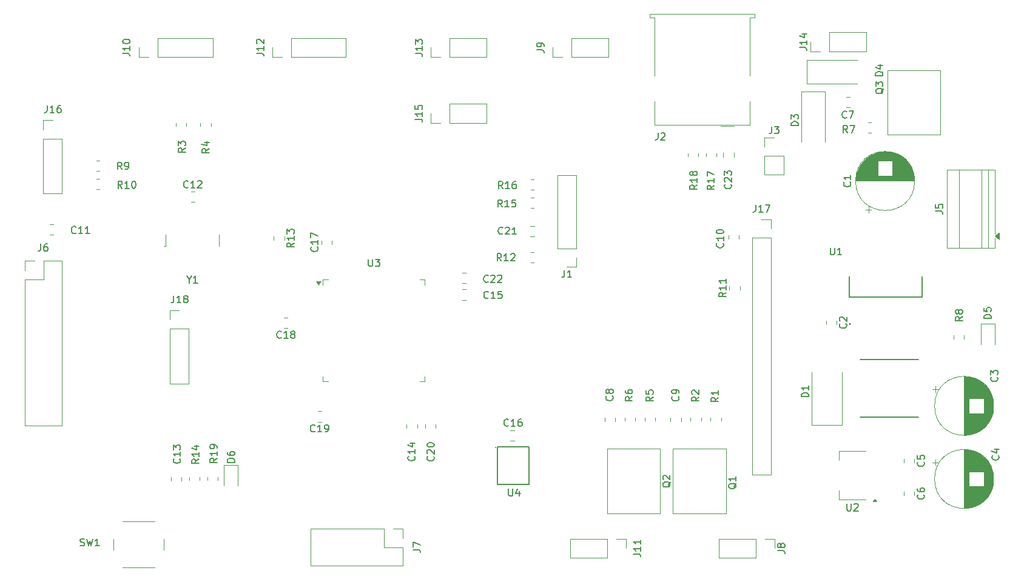
<source format=gbr>
%TF.GenerationSoftware,KiCad,Pcbnew,9.0.1*%
%TF.CreationDate,2025-04-25T13:54:42+08:00*%
%TF.ProjectId,EggClassifier,45676743-6c61-4737-9369-666965722e6b,rev?*%
%TF.SameCoordinates,Original*%
%TF.FileFunction,Legend,Top*%
%TF.FilePolarity,Positive*%
%FSLAX46Y46*%
G04 Gerber Fmt 4.6, Leading zero omitted, Abs format (unit mm)*
G04 Created by KiCad (PCBNEW 9.0.1) date 2025-04-25 13:54:42*
%MOMM*%
%LPD*%
G01*
G04 APERTURE LIST*
%ADD10C,0.150000*%
%ADD11C,0.120000*%
%ADD12C,0.127000*%
%ADD13C,0.200000*%
G04 APERTURE END LIST*
D10*
X176568419Y-93861866D02*
X176092228Y-94195199D01*
X176568419Y-94433294D02*
X175568419Y-94433294D01*
X175568419Y-94433294D02*
X175568419Y-94052342D01*
X175568419Y-94052342D02*
X175616038Y-93957104D01*
X175616038Y-93957104D02*
X175663657Y-93909485D01*
X175663657Y-93909485D02*
X175758895Y-93861866D01*
X175758895Y-93861866D02*
X175901752Y-93861866D01*
X175901752Y-93861866D02*
X175996990Y-93909485D01*
X175996990Y-93909485D02*
X176044609Y-93957104D01*
X176044609Y-93957104D02*
X176092228Y-94052342D01*
X176092228Y-94052342D02*
X176092228Y-94433294D01*
X175663657Y-93480913D02*
X175616038Y-93433294D01*
X175616038Y-93433294D02*
X175568419Y-93338056D01*
X175568419Y-93338056D02*
X175568419Y-93099961D01*
X175568419Y-93099961D02*
X175616038Y-93004723D01*
X175616038Y-93004723D02*
X175663657Y-92957104D01*
X175663657Y-92957104D02*
X175758895Y-92909485D01*
X175758895Y-92909485D02*
X175854133Y-92909485D01*
X175854133Y-92909485D02*
X175996990Y-92957104D01*
X175996990Y-92957104D02*
X176568419Y-93528532D01*
X176568419Y-93528532D02*
X176568419Y-92909485D01*
X213368968Y-82645466D02*
X212892777Y-82978799D01*
X213368968Y-83216894D02*
X212368968Y-83216894D01*
X212368968Y-83216894D02*
X212368968Y-82835942D01*
X212368968Y-82835942D02*
X212416587Y-82740704D01*
X212416587Y-82740704D02*
X212464206Y-82693085D01*
X212464206Y-82693085D02*
X212559444Y-82645466D01*
X212559444Y-82645466D02*
X212702301Y-82645466D01*
X212702301Y-82645466D02*
X212797539Y-82693085D01*
X212797539Y-82693085D02*
X212845158Y-82740704D01*
X212845158Y-82740704D02*
X212892777Y-82835942D01*
X212892777Y-82835942D02*
X212892777Y-83216894D01*
X212797539Y-82074037D02*
X212749920Y-82169275D01*
X212749920Y-82169275D02*
X212702301Y-82216894D01*
X212702301Y-82216894D02*
X212607063Y-82264513D01*
X212607063Y-82264513D02*
X212559444Y-82264513D01*
X212559444Y-82264513D02*
X212464206Y-82216894D01*
X212464206Y-82216894D02*
X212416587Y-82169275D01*
X212416587Y-82169275D02*
X212368968Y-82074037D01*
X212368968Y-82074037D02*
X212368968Y-81883561D01*
X212368968Y-81883561D02*
X212416587Y-81788323D01*
X212416587Y-81788323D02*
X212464206Y-81740704D01*
X212464206Y-81740704D02*
X212559444Y-81693085D01*
X212559444Y-81693085D02*
X212607063Y-81693085D01*
X212607063Y-81693085D02*
X212702301Y-81740704D01*
X212702301Y-81740704D02*
X212749920Y-81788323D01*
X212749920Y-81788323D02*
X212797539Y-81883561D01*
X212797539Y-81883561D02*
X212797539Y-82074037D01*
X212797539Y-82074037D02*
X212845158Y-82169275D01*
X212845158Y-82169275D02*
X212892777Y-82216894D01*
X212892777Y-82216894D02*
X212988015Y-82264513D01*
X212988015Y-82264513D02*
X213178491Y-82264513D01*
X213178491Y-82264513D02*
X213273729Y-82216894D01*
X213273729Y-82216894D02*
X213321349Y-82169275D01*
X213321349Y-82169275D02*
X213368968Y-82074037D01*
X213368968Y-82074037D02*
X213368968Y-81883561D01*
X213368968Y-81883561D02*
X213321349Y-81788323D01*
X213321349Y-81788323D02*
X213273729Y-81740704D01*
X213273729Y-81740704D02*
X213178491Y-81693085D01*
X213178491Y-81693085D02*
X212988015Y-81693085D01*
X212988015Y-81693085D02*
X212892777Y-81740704D01*
X212892777Y-81740704D02*
X212845158Y-81788323D01*
X212845158Y-81788323D02*
X212797539Y-81883561D01*
X218355380Y-102051066D02*
X218403000Y-102098685D01*
X218403000Y-102098685D02*
X218450619Y-102241542D01*
X218450619Y-102241542D02*
X218450619Y-102336780D01*
X218450619Y-102336780D02*
X218403000Y-102479637D01*
X218403000Y-102479637D02*
X218307761Y-102574875D01*
X218307761Y-102574875D02*
X218212523Y-102622494D01*
X218212523Y-102622494D02*
X218022047Y-102670113D01*
X218022047Y-102670113D02*
X217879190Y-102670113D01*
X217879190Y-102670113D02*
X217688714Y-102622494D01*
X217688714Y-102622494D02*
X217593476Y-102574875D01*
X217593476Y-102574875D02*
X217498238Y-102479637D01*
X217498238Y-102479637D02*
X217450619Y-102336780D01*
X217450619Y-102336780D02*
X217450619Y-102241542D01*
X217450619Y-102241542D02*
X217498238Y-102098685D01*
X217498238Y-102098685D02*
X217545857Y-102051066D01*
X217783952Y-101193923D02*
X218450619Y-101193923D01*
X217403000Y-101432018D02*
X218117285Y-101670113D01*
X218117285Y-101670113D02*
X218117285Y-101051066D01*
X136960419Y-55084323D02*
X137674704Y-55084323D01*
X137674704Y-55084323D02*
X137817561Y-55131942D01*
X137817561Y-55131942D02*
X137912800Y-55227180D01*
X137912800Y-55227180D02*
X137960419Y-55370037D01*
X137960419Y-55370037D02*
X137960419Y-55465275D01*
X137960419Y-54084323D02*
X137960419Y-54655751D01*
X137960419Y-54370037D02*
X136960419Y-54370037D01*
X136960419Y-54370037D02*
X137103276Y-54465275D01*
X137103276Y-54465275D02*
X137198514Y-54560513D01*
X137198514Y-54560513D02*
X137246133Y-54655751D01*
X136960419Y-53179561D02*
X136960419Y-53655751D01*
X136960419Y-53655751D02*
X137436609Y-53703370D01*
X137436609Y-53703370D02*
X137388990Y-53655751D01*
X137388990Y-53655751D02*
X137341371Y-53560513D01*
X137341371Y-53560513D02*
X137341371Y-53322418D01*
X137341371Y-53322418D02*
X137388990Y-53227180D01*
X137388990Y-53227180D02*
X137436609Y-53179561D01*
X137436609Y-53179561D02*
X137531847Y-53131942D01*
X137531847Y-53131942D02*
X137769942Y-53131942D01*
X137769942Y-53131942D02*
X137865180Y-53179561D01*
X137865180Y-53179561D02*
X137912800Y-53227180D01*
X137912800Y-53227180D02*
X137960419Y-53322418D01*
X137960419Y-53322418D02*
X137960419Y-53560513D01*
X137960419Y-53560513D02*
X137912800Y-53655751D01*
X137912800Y-53655751D02*
X137865180Y-53703370D01*
X130444495Y-74637219D02*
X130444495Y-75446742D01*
X130444495Y-75446742D02*
X130492114Y-75541980D01*
X130492114Y-75541980D02*
X130539733Y-75589600D01*
X130539733Y-75589600D02*
X130634971Y-75637219D01*
X130634971Y-75637219D02*
X130825447Y-75637219D01*
X130825447Y-75637219D02*
X130920685Y-75589600D01*
X130920685Y-75589600D02*
X130968304Y-75541980D01*
X130968304Y-75541980D02*
X131015923Y-75446742D01*
X131015923Y-75446742D02*
X131015923Y-74637219D01*
X131396876Y-74637219D02*
X132015923Y-74637219D01*
X132015923Y-74637219D02*
X131682590Y-75018171D01*
X131682590Y-75018171D02*
X131825447Y-75018171D01*
X131825447Y-75018171D02*
X131920685Y-75065790D01*
X131920685Y-75065790D02*
X131968304Y-75113409D01*
X131968304Y-75113409D02*
X132015923Y-75208647D01*
X132015923Y-75208647D02*
X132015923Y-75446742D01*
X132015923Y-75446742D02*
X131968304Y-75541980D01*
X131968304Y-75541980D02*
X131920685Y-75589600D01*
X131920685Y-75589600D02*
X131825447Y-75637219D01*
X131825447Y-75637219D02*
X131539733Y-75637219D01*
X131539733Y-75637219D02*
X131444495Y-75589600D01*
X131444495Y-75589600D02*
X131396876Y-75541980D01*
X167420419Y-115794123D02*
X168134704Y-115794123D01*
X168134704Y-115794123D02*
X168277561Y-115841742D01*
X168277561Y-115841742D02*
X168372800Y-115936980D01*
X168372800Y-115936980D02*
X168420419Y-116079837D01*
X168420419Y-116079837D02*
X168420419Y-116175075D01*
X168420419Y-114794123D02*
X168420419Y-115365551D01*
X168420419Y-115079837D02*
X167420419Y-115079837D01*
X167420419Y-115079837D02*
X167563276Y-115175075D01*
X167563276Y-115175075D02*
X167658514Y-115270313D01*
X167658514Y-115270313D02*
X167706133Y-115365551D01*
X168420419Y-113841742D02*
X168420419Y-114413170D01*
X168420419Y-114127456D02*
X167420419Y-114127456D01*
X167420419Y-114127456D02*
X167563276Y-114222694D01*
X167563276Y-114222694D02*
X167658514Y-114317932D01*
X167658514Y-114317932D02*
X167706133Y-114413170D01*
X111747619Y-103009894D02*
X110747619Y-103009894D01*
X110747619Y-103009894D02*
X110747619Y-102771799D01*
X110747619Y-102771799D02*
X110795238Y-102628942D01*
X110795238Y-102628942D02*
X110890476Y-102533704D01*
X110890476Y-102533704D02*
X110985714Y-102486085D01*
X110985714Y-102486085D02*
X111176190Y-102438466D01*
X111176190Y-102438466D02*
X111319047Y-102438466D01*
X111319047Y-102438466D02*
X111509523Y-102486085D01*
X111509523Y-102486085D02*
X111604761Y-102533704D01*
X111604761Y-102533704D02*
X111700000Y-102628942D01*
X111700000Y-102628942D02*
X111747619Y-102771799D01*
X111747619Y-102771799D02*
X111747619Y-103009894D01*
X110747619Y-101581323D02*
X110747619Y-101771799D01*
X110747619Y-101771799D02*
X110795238Y-101867037D01*
X110795238Y-101867037D02*
X110842857Y-101914656D01*
X110842857Y-101914656D02*
X110985714Y-102009894D01*
X110985714Y-102009894D02*
X111176190Y-102057513D01*
X111176190Y-102057513D02*
X111557142Y-102057513D01*
X111557142Y-102057513D02*
X111652380Y-102009894D01*
X111652380Y-102009894D02*
X111700000Y-101962275D01*
X111700000Y-101962275D02*
X111747619Y-101867037D01*
X111747619Y-101867037D02*
X111747619Y-101676561D01*
X111747619Y-101676561D02*
X111700000Y-101581323D01*
X111700000Y-101581323D02*
X111652380Y-101533704D01*
X111652380Y-101533704D02*
X111557142Y-101486085D01*
X111557142Y-101486085D02*
X111319047Y-101486085D01*
X111319047Y-101486085D02*
X111223809Y-101533704D01*
X111223809Y-101533704D02*
X111176190Y-101581323D01*
X111176190Y-101581323D02*
X111128571Y-101676561D01*
X111128571Y-101676561D02*
X111128571Y-101867037D01*
X111128571Y-101867037D02*
X111176190Y-101962275D01*
X111176190Y-101962275D02*
X111223809Y-102009894D01*
X111223809Y-102009894D02*
X111319047Y-102057513D01*
X207943329Y-102940066D02*
X207990949Y-102987685D01*
X207990949Y-102987685D02*
X208038568Y-103130542D01*
X208038568Y-103130542D02*
X208038568Y-103225780D01*
X208038568Y-103225780D02*
X207990949Y-103368637D01*
X207990949Y-103368637D02*
X207895710Y-103463875D01*
X207895710Y-103463875D02*
X207800472Y-103511494D01*
X207800472Y-103511494D02*
X207609996Y-103559113D01*
X207609996Y-103559113D02*
X207467139Y-103559113D01*
X207467139Y-103559113D02*
X207276663Y-103511494D01*
X207276663Y-103511494D02*
X207181425Y-103463875D01*
X207181425Y-103463875D02*
X207086187Y-103368637D01*
X207086187Y-103368637D02*
X207038568Y-103225780D01*
X207038568Y-103225780D02*
X207038568Y-103130542D01*
X207038568Y-103130542D02*
X207086187Y-102987685D01*
X207086187Y-102987685D02*
X207133806Y-102940066D01*
X207038568Y-102035304D02*
X207038568Y-102511494D01*
X207038568Y-102511494D02*
X207514758Y-102559113D01*
X207514758Y-102559113D02*
X207467139Y-102511494D01*
X207467139Y-102511494D02*
X207419520Y-102416256D01*
X207419520Y-102416256D02*
X207419520Y-102178161D01*
X207419520Y-102178161D02*
X207467139Y-102082923D01*
X207467139Y-102082923D02*
X207514758Y-102035304D01*
X207514758Y-102035304D02*
X207609996Y-101987685D01*
X207609996Y-101987685D02*
X207848091Y-101987685D01*
X207848091Y-101987685D02*
X207943329Y-102035304D01*
X207943329Y-102035304D02*
X207990949Y-102082923D01*
X207990949Y-102082923D02*
X208038568Y-102178161D01*
X208038568Y-102178161D02*
X208038568Y-102416256D01*
X208038568Y-102416256D02*
X207990949Y-102511494D01*
X207990949Y-102511494D02*
X207943329Y-102559113D01*
X181794457Y-105932038D02*
X181746838Y-106027276D01*
X181746838Y-106027276D02*
X181651600Y-106122514D01*
X181651600Y-106122514D02*
X181508742Y-106265371D01*
X181508742Y-106265371D02*
X181461123Y-106360609D01*
X181461123Y-106360609D02*
X181461123Y-106455847D01*
X181699219Y-106408228D02*
X181651600Y-106503466D01*
X181651600Y-106503466D02*
X181556361Y-106598704D01*
X181556361Y-106598704D02*
X181365885Y-106646323D01*
X181365885Y-106646323D02*
X181032552Y-106646323D01*
X181032552Y-106646323D02*
X180842076Y-106598704D01*
X180842076Y-106598704D02*
X180746838Y-106503466D01*
X180746838Y-106503466D02*
X180699219Y-106408228D01*
X180699219Y-106408228D02*
X180699219Y-106217752D01*
X180699219Y-106217752D02*
X180746838Y-106122514D01*
X180746838Y-106122514D02*
X180842076Y-106027276D01*
X180842076Y-106027276D02*
X181032552Y-105979657D01*
X181032552Y-105979657D02*
X181365885Y-105979657D01*
X181365885Y-105979657D02*
X181556361Y-106027276D01*
X181556361Y-106027276D02*
X181651600Y-106122514D01*
X181651600Y-106122514D02*
X181699219Y-106217752D01*
X181699219Y-106217752D02*
X181699219Y-106408228D01*
X181699219Y-105027276D02*
X181699219Y-105598704D01*
X181699219Y-105312990D02*
X180699219Y-105312990D01*
X180699219Y-105312990D02*
X180842076Y-105408228D01*
X180842076Y-105408228D02*
X180937314Y-105503466D01*
X180937314Y-105503466D02*
X180984933Y-105598704D01*
X106794619Y-102559057D02*
X106318428Y-102892390D01*
X106794619Y-103130485D02*
X105794619Y-103130485D01*
X105794619Y-103130485D02*
X105794619Y-102749533D01*
X105794619Y-102749533D02*
X105842238Y-102654295D01*
X105842238Y-102654295D02*
X105889857Y-102606676D01*
X105889857Y-102606676D02*
X105985095Y-102559057D01*
X105985095Y-102559057D02*
X106127952Y-102559057D01*
X106127952Y-102559057D02*
X106223190Y-102606676D01*
X106223190Y-102606676D02*
X106270809Y-102654295D01*
X106270809Y-102654295D02*
X106318428Y-102749533D01*
X106318428Y-102749533D02*
X106318428Y-103130485D01*
X106794619Y-101606676D02*
X106794619Y-102178104D01*
X106794619Y-101892390D02*
X105794619Y-101892390D01*
X105794619Y-101892390D02*
X105937476Y-101987628D01*
X105937476Y-101987628D02*
X106032714Y-102082866D01*
X106032714Y-102082866D02*
X106080333Y-102178104D01*
X106127952Y-100749533D02*
X106794619Y-100749533D01*
X105747000Y-100987628D02*
X106461285Y-101225723D01*
X106461285Y-101225723D02*
X106461285Y-100606676D01*
X148978542Y-74871819D02*
X148645209Y-74395628D01*
X148407114Y-74871819D02*
X148407114Y-73871819D01*
X148407114Y-73871819D02*
X148788066Y-73871819D01*
X148788066Y-73871819D02*
X148883304Y-73919438D01*
X148883304Y-73919438D02*
X148930923Y-73967057D01*
X148930923Y-73967057D02*
X148978542Y-74062295D01*
X148978542Y-74062295D02*
X148978542Y-74205152D01*
X148978542Y-74205152D02*
X148930923Y-74300390D01*
X148930923Y-74300390D02*
X148883304Y-74348009D01*
X148883304Y-74348009D02*
X148788066Y-74395628D01*
X148788066Y-74395628D02*
X148407114Y-74395628D01*
X149930923Y-74871819D02*
X149359495Y-74871819D01*
X149645209Y-74871819D02*
X149645209Y-73871819D01*
X149645209Y-73871819D02*
X149549971Y-74014676D01*
X149549971Y-74014676D02*
X149454733Y-74109914D01*
X149454733Y-74109914D02*
X149359495Y-74157533D01*
X150311876Y-73967057D02*
X150359495Y-73919438D01*
X150359495Y-73919438D02*
X150454733Y-73871819D01*
X150454733Y-73871819D02*
X150692828Y-73871819D01*
X150692828Y-73871819D02*
X150788066Y-73919438D01*
X150788066Y-73919438D02*
X150835685Y-73967057D01*
X150835685Y-73967057D02*
X150883304Y-74062295D01*
X150883304Y-74062295D02*
X150883304Y-74157533D01*
X150883304Y-74157533D02*
X150835685Y-74300390D01*
X150835685Y-74300390D02*
X150264257Y-74871819D01*
X150264257Y-74871819D02*
X150883304Y-74871819D01*
X96142619Y-45889523D02*
X96856904Y-45889523D01*
X96856904Y-45889523D02*
X96999761Y-45937142D01*
X96999761Y-45937142D02*
X97095000Y-46032380D01*
X97095000Y-46032380D02*
X97142619Y-46175237D01*
X97142619Y-46175237D02*
X97142619Y-46270475D01*
X97142619Y-44889523D02*
X97142619Y-45460951D01*
X97142619Y-45175237D02*
X96142619Y-45175237D01*
X96142619Y-45175237D02*
X96285476Y-45270475D01*
X96285476Y-45270475D02*
X96380714Y-45365713D01*
X96380714Y-45365713D02*
X96428333Y-45460951D01*
X96142619Y-44270475D02*
X96142619Y-44175237D01*
X96142619Y-44175237D02*
X96190238Y-44079999D01*
X96190238Y-44079999D02*
X96237857Y-44032380D01*
X96237857Y-44032380D02*
X96333095Y-43984761D01*
X96333095Y-43984761D02*
X96523571Y-43937142D01*
X96523571Y-43937142D02*
X96761666Y-43937142D01*
X96761666Y-43937142D02*
X96952142Y-43984761D01*
X96952142Y-43984761D02*
X97047380Y-44032380D01*
X97047380Y-44032380D02*
X97095000Y-44079999D01*
X97095000Y-44079999D02*
X97142619Y-44175237D01*
X97142619Y-44175237D02*
X97142619Y-44270475D01*
X97142619Y-44270475D02*
X97095000Y-44365713D01*
X97095000Y-44365713D02*
X97047380Y-44413332D01*
X97047380Y-44413332D02*
X96952142Y-44460951D01*
X96952142Y-44460951D02*
X96761666Y-44508570D01*
X96761666Y-44508570D02*
X96523571Y-44508570D01*
X96523571Y-44508570D02*
X96333095Y-44460951D01*
X96333095Y-44460951D02*
X96237857Y-44413332D01*
X96237857Y-44413332D02*
X96190238Y-44365713D01*
X96190238Y-44365713D02*
X96142619Y-44270475D01*
X157797066Y-76171419D02*
X157797066Y-76885704D01*
X157797066Y-76885704D02*
X157749447Y-77028561D01*
X157749447Y-77028561D02*
X157654209Y-77123800D01*
X157654209Y-77123800D02*
X157511352Y-77171419D01*
X157511352Y-77171419D02*
X157416114Y-77171419D01*
X158797066Y-77171419D02*
X158225638Y-77171419D01*
X158511352Y-77171419D02*
X158511352Y-76171419D01*
X158511352Y-76171419D02*
X158416114Y-76314276D01*
X158416114Y-76314276D02*
X158320876Y-76409514D01*
X158320876Y-76409514D02*
X158225638Y-76457133D01*
X118269942Y-85575180D02*
X118222323Y-85622800D01*
X118222323Y-85622800D02*
X118079466Y-85670419D01*
X118079466Y-85670419D02*
X117984228Y-85670419D01*
X117984228Y-85670419D02*
X117841371Y-85622800D01*
X117841371Y-85622800D02*
X117746133Y-85527561D01*
X117746133Y-85527561D02*
X117698514Y-85432323D01*
X117698514Y-85432323D02*
X117650895Y-85241847D01*
X117650895Y-85241847D02*
X117650895Y-85098990D01*
X117650895Y-85098990D02*
X117698514Y-84908514D01*
X117698514Y-84908514D02*
X117746133Y-84813276D01*
X117746133Y-84813276D02*
X117841371Y-84718038D01*
X117841371Y-84718038D02*
X117984228Y-84670419D01*
X117984228Y-84670419D02*
X118079466Y-84670419D01*
X118079466Y-84670419D02*
X118222323Y-84718038D01*
X118222323Y-84718038D02*
X118269942Y-84765657D01*
X119222323Y-85670419D02*
X118650895Y-85670419D01*
X118936609Y-85670419D02*
X118936609Y-84670419D01*
X118936609Y-84670419D02*
X118841371Y-84813276D01*
X118841371Y-84813276D02*
X118746133Y-84908514D01*
X118746133Y-84908514D02*
X118650895Y-84956133D01*
X119793752Y-85098990D02*
X119698514Y-85051371D01*
X119698514Y-85051371D02*
X119650895Y-85003752D01*
X119650895Y-85003752D02*
X119603276Y-84908514D01*
X119603276Y-84908514D02*
X119603276Y-84860895D01*
X119603276Y-84860895D02*
X119650895Y-84765657D01*
X119650895Y-84765657D02*
X119698514Y-84718038D01*
X119698514Y-84718038D02*
X119793752Y-84670419D01*
X119793752Y-84670419D02*
X119984228Y-84670419D01*
X119984228Y-84670419D02*
X120079466Y-84718038D01*
X120079466Y-84718038D02*
X120127085Y-84765657D01*
X120127085Y-84765657D02*
X120174704Y-84860895D01*
X120174704Y-84860895D02*
X120174704Y-84908514D01*
X120174704Y-84908514D02*
X120127085Y-85003752D01*
X120127085Y-85003752D02*
X120079466Y-85051371D01*
X120079466Y-85051371D02*
X119984228Y-85098990D01*
X119984228Y-85098990D02*
X119793752Y-85098990D01*
X119793752Y-85098990D02*
X119698514Y-85146609D01*
X119698514Y-85146609D02*
X119650895Y-85194228D01*
X119650895Y-85194228D02*
X119603276Y-85289466D01*
X119603276Y-85289466D02*
X119603276Y-85479942D01*
X119603276Y-85479942D02*
X119650895Y-85575180D01*
X119650895Y-85575180D02*
X119698514Y-85622800D01*
X119698514Y-85622800D02*
X119793752Y-85670419D01*
X119793752Y-85670419D02*
X119984228Y-85670419D01*
X119984228Y-85670419D02*
X120079466Y-85622800D01*
X120079466Y-85622800D02*
X120127085Y-85575180D01*
X120127085Y-85575180D02*
X120174704Y-85479942D01*
X120174704Y-85479942D02*
X120174704Y-85289466D01*
X120174704Y-85289466D02*
X120127085Y-85194228D01*
X120127085Y-85194228D02*
X120079466Y-85146609D01*
X120079466Y-85146609D02*
X119984228Y-85098990D01*
X149105542Y-67348419D02*
X148772209Y-66872228D01*
X148534114Y-67348419D02*
X148534114Y-66348419D01*
X148534114Y-66348419D02*
X148915066Y-66348419D01*
X148915066Y-66348419D02*
X149010304Y-66396038D01*
X149010304Y-66396038D02*
X149057923Y-66443657D01*
X149057923Y-66443657D02*
X149105542Y-66538895D01*
X149105542Y-66538895D02*
X149105542Y-66681752D01*
X149105542Y-66681752D02*
X149057923Y-66776990D01*
X149057923Y-66776990D02*
X149010304Y-66824609D01*
X149010304Y-66824609D02*
X148915066Y-66872228D01*
X148915066Y-66872228D02*
X148534114Y-66872228D01*
X150057923Y-67348419D02*
X149486495Y-67348419D01*
X149772209Y-67348419D02*
X149772209Y-66348419D01*
X149772209Y-66348419D02*
X149676971Y-66491276D01*
X149676971Y-66491276D02*
X149581733Y-66586514D01*
X149581733Y-66586514D02*
X149486495Y-66634133D01*
X150962685Y-66348419D02*
X150486495Y-66348419D01*
X150486495Y-66348419D02*
X150438876Y-66824609D01*
X150438876Y-66824609D02*
X150486495Y-66776990D01*
X150486495Y-66776990D02*
X150581733Y-66729371D01*
X150581733Y-66729371D02*
X150819828Y-66729371D01*
X150819828Y-66729371D02*
X150915066Y-66776990D01*
X150915066Y-66776990D02*
X150962685Y-66824609D01*
X150962685Y-66824609D02*
X151010304Y-66919847D01*
X151010304Y-66919847D02*
X151010304Y-67157942D01*
X151010304Y-67157942D02*
X150962685Y-67253180D01*
X150962685Y-67253180D02*
X150915066Y-67300800D01*
X150915066Y-67300800D02*
X150819828Y-67348419D01*
X150819828Y-67348419D02*
X150581733Y-67348419D01*
X150581733Y-67348419D02*
X150486495Y-67300800D01*
X150486495Y-67300800D02*
X150438876Y-67253180D01*
X202222419Y-49018494D02*
X201222419Y-49018494D01*
X201222419Y-49018494D02*
X201222419Y-48780399D01*
X201222419Y-48780399D02*
X201270038Y-48637542D01*
X201270038Y-48637542D02*
X201365276Y-48542304D01*
X201365276Y-48542304D02*
X201460514Y-48494685D01*
X201460514Y-48494685D02*
X201650990Y-48447066D01*
X201650990Y-48447066D02*
X201793847Y-48447066D01*
X201793847Y-48447066D02*
X201984323Y-48494685D01*
X201984323Y-48494685D02*
X202079561Y-48542304D01*
X202079561Y-48542304D02*
X202174800Y-48637542D01*
X202174800Y-48637542D02*
X202222419Y-48780399D01*
X202222419Y-48780399D02*
X202222419Y-49018494D01*
X201555752Y-47589923D02*
X202222419Y-47589923D01*
X201174800Y-47828018D02*
X201889085Y-48066113D01*
X201889085Y-48066113D02*
X201889085Y-47447066D01*
X90223667Y-114626000D02*
X90366524Y-114673619D01*
X90366524Y-114673619D02*
X90604619Y-114673619D01*
X90604619Y-114673619D02*
X90699857Y-114626000D01*
X90699857Y-114626000D02*
X90747476Y-114578380D01*
X90747476Y-114578380D02*
X90795095Y-114483142D01*
X90795095Y-114483142D02*
X90795095Y-114387904D01*
X90795095Y-114387904D02*
X90747476Y-114292666D01*
X90747476Y-114292666D02*
X90699857Y-114245047D01*
X90699857Y-114245047D02*
X90604619Y-114197428D01*
X90604619Y-114197428D02*
X90414143Y-114149809D01*
X90414143Y-114149809D02*
X90318905Y-114102190D01*
X90318905Y-114102190D02*
X90271286Y-114054571D01*
X90271286Y-114054571D02*
X90223667Y-113959333D01*
X90223667Y-113959333D02*
X90223667Y-113864095D01*
X90223667Y-113864095D02*
X90271286Y-113768857D01*
X90271286Y-113768857D02*
X90318905Y-113721238D01*
X90318905Y-113721238D02*
X90414143Y-113673619D01*
X90414143Y-113673619D02*
X90652238Y-113673619D01*
X90652238Y-113673619D02*
X90795095Y-113721238D01*
X91128429Y-113673619D02*
X91366524Y-114673619D01*
X91366524Y-114673619D02*
X91557000Y-113959333D01*
X91557000Y-113959333D02*
X91747476Y-114673619D01*
X91747476Y-114673619D02*
X91985572Y-113673619D01*
X92890333Y-114673619D02*
X92318905Y-114673619D01*
X92604619Y-114673619D02*
X92604619Y-113673619D01*
X92604619Y-113673619D02*
X92509381Y-113816476D01*
X92509381Y-113816476D02*
X92414143Y-113911714D01*
X92414143Y-113911714D02*
X92318905Y-113959333D01*
X184498876Y-67063219D02*
X184498876Y-67777504D01*
X184498876Y-67777504D02*
X184451257Y-67920361D01*
X184451257Y-67920361D02*
X184356019Y-68015600D01*
X184356019Y-68015600D02*
X184213162Y-68063219D01*
X184213162Y-68063219D02*
X184117924Y-68063219D01*
X185498876Y-68063219D02*
X184927448Y-68063219D01*
X185213162Y-68063219D02*
X185213162Y-67063219D01*
X185213162Y-67063219D02*
X185117924Y-67206076D01*
X185117924Y-67206076D02*
X185022686Y-67301314D01*
X185022686Y-67301314D02*
X184927448Y-67348933D01*
X185832210Y-67063219D02*
X186498876Y-67063219D01*
X186498876Y-67063219D02*
X186070305Y-68063219D01*
X105406409Y-77469028D02*
X105406409Y-77945219D01*
X105073076Y-76945219D02*
X105406409Y-77469028D01*
X105406409Y-77469028D02*
X105739742Y-76945219D01*
X106596885Y-77945219D02*
X106025457Y-77945219D01*
X106311171Y-77945219D02*
X106311171Y-76945219D01*
X106311171Y-76945219D02*
X106215933Y-77088076D01*
X106215933Y-77088076D02*
X106120695Y-77183314D01*
X106120695Y-77183314D02*
X106025457Y-77230933D01*
X173679180Y-93811066D02*
X173726800Y-93858685D01*
X173726800Y-93858685D02*
X173774419Y-94001542D01*
X173774419Y-94001542D02*
X173774419Y-94096780D01*
X173774419Y-94096780D02*
X173726800Y-94239637D01*
X173726800Y-94239637D02*
X173631561Y-94334875D01*
X173631561Y-94334875D02*
X173536323Y-94382494D01*
X173536323Y-94382494D02*
X173345847Y-94430113D01*
X173345847Y-94430113D02*
X173202990Y-94430113D01*
X173202990Y-94430113D02*
X173012514Y-94382494D01*
X173012514Y-94382494D02*
X172917276Y-94334875D01*
X172917276Y-94334875D02*
X172822038Y-94239637D01*
X172822038Y-94239637D02*
X172774419Y-94096780D01*
X172774419Y-94096780D02*
X172774419Y-94001542D01*
X172774419Y-94001542D02*
X172822038Y-93858685D01*
X172822038Y-93858685D02*
X172869657Y-93811066D01*
X173774419Y-93334875D02*
X173774419Y-93144399D01*
X173774419Y-93144399D02*
X173726800Y-93049161D01*
X173726800Y-93049161D02*
X173679180Y-93001542D01*
X173679180Y-93001542D02*
X173536323Y-92906304D01*
X173536323Y-92906304D02*
X173345847Y-92858685D01*
X173345847Y-92858685D02*
X172964895Y-92858685D01*
X172964895Y-92858685D02*
X172869657Y-92906304D01*
X172869657Y-92906304D02*
X172822038Y-92953923D01*
X172822038Y-92953923D02*
X172774419Y-93049161D01*
X172774419Y-93049161D02*
X172774419Y-93239637D01*
X172774419Y-93239637D02*
X172822038Y-93334875D01*
X172822038Y-93334875D02*
X172869657Y-93382494D01*
X172869657Y-93382494D02*
X172964895Y-93430113D01*
X172964895Y-93430113D02*
X173202990Y-93430113D01*
X173202990Y-93430113D02*
X173298228Y-93382494D01*
X173298228Y-93382494D02*
X173345847Y-93334875D01*
X173345847Y-93334875D02*
X173393466Y-93239637D01*
X173393466Y-93239637D02*
X173393466Y-93049161D01*
X173393466Y-93049161D02*
X173345847Y-92953923D01*
X173345847Y-92953923D02*
X173298228Y-92906304D01*
X173298228Y-92906304D02*
X173202990Y-92858685D01*
X202338057Y-50773238D02*
X202290438Y-50868476D01*
X202290438Y-50868476D02*
X202195200Y-50963714D01*
X202195200Y-50963714D02*
X202052342Y-51106571D01*
X202052342Y-51106571D02*
X202004723Y-51201809D01*
X202004723Y-51201809D02*
X202004723Y-51297047D01*
X202242819Y-51249428D02*
X202195200Y-51344666D01*
X202195200Y-51344666D02*
X202099961Y-51439904D01*
X202099961Y-51439904D02*
X201909485Y-51487523D01*
X201909485Y-51487523D02*
X201576152Y-51487523D01*
X201576152Y-51487523D02*
X201385676Y-51439904D01*
X201385676Y-51439904D02*
X201290438Y-51344666D01*
X201290438Y-51344666D02*
X201242819Y-51249428D01*
X201242819Y-51249428D02*
X201242819Y-51058952D01*
X201242819Y-51058952D02*
X201290438Y-50963714D01*
X201290438Y-50963714D02*
X201385676Y-50868476D01*
X201385676Y-50868476D02*
X201576152Y-50820857D01*
X201576152Y-50820857D02*
X201909485Y-50820857D01*
X201909485Y-50820857D02*
X202099961Y-50868476D01*
X202099961Y-50868476D02*
X202195200Y-50963714D01*
X202195200Y-50963714D02*
X202242819Y-51058952D01*
X202242819Y-51058952D02*
X202242819Y-51249428D01*
X201242819Y-50487523D02*
X201242819Y-49868476D01*
X201242819Y-49868476D02*
X201623771Y-50201809D01*
X201623771Y-50201809D02*
X201623771Y-50058952D01*
X201623771Y-50058952D02*
X201671390Y-49963714D01*
X201671390Y-49963714D02*
X201719009Y-49916095D01*
X201719009Y-49916095D02*
X201814247Y-49868476D01*
X201814247Y-49868476D02*
X202052342Y-49868476D01*
X202052342Y-49868476D02*
X202147580Y-49916095D01*
X202147580Y-49916095D02*
X202195200Y-49963714D01*
X202195200Y-49963714D02*
X202242819Y-50058952D01*
X202242819Y-50058952D02*
X202242819Y-50344666D01*
X202242819Y-50344666D02*
X202195200Y-50439904D01*
X202195200Y-50439904D02*
X202147580Y-50487523D01*
X109309219Y-102432057D02*
X108833028Y-102765390D01*
X109309219Y-103003485D02*
X108309219Y-103003485D01*
X108309219Y-103003485D02*
X108309219Y-102622533D01*
X108309219Y-102622533D02*
X108356838Y-102527295D01*
X108356838Y-102527295D02*
X108404457Y-102479676D01*
X108404457Y-102479676D02*
X108499695Y-102432057D01*
X108499695Y-102432057D02*
X108642552Y-102432057D01*
X108642552Y-102432057D02*
X108737790Y-102479676D01*
X108737790Y-102479676D02*
X108785409Y-102527295D01*
X108785409Y-102527295D02*
X108833028Y-102622533D01*
X108833028Y-102622533D02*
X108833028Y-103003485D01*
X109309219Y-101479676D02*
X109309219Y-102051104D01*
X109309219Y-101765390D02*
X108309219Y-101765390D01*
X108309219Y-101765390D02*
X108452076Y-101860628D01*
X108452076Y-101860628D02*
X108547314Y-101955866D01*
X108547314Y-101955866D02*
X108594933Y-102051104D01*
X109309219Y-101003485D02*
X109309219Y-100813009D01*
X109309219Y-100813009D02*
X109261600Y-100717771D01*
X109261600Y-100717771D02*
X109213980Y-100670152D01*
X109213980Y-100670152D02*
X109071123Y-100574914D01*
X109071123Y-100574914D02*
X108880647Y-100527295D01*
X108880647Y-100527295D02*
X108499695Y-100527295D01*
X108499695Y-100527295D02*
X108404457Y-100574914D01*
X108404457Y-100574914D02*
X108356838Y-100622533D01*
X108356838Y-100622533D02*
X108309219Y-100717771D01*
X108309219Y-100717771D02*
X108309219Y-100908247D01*
X108309219Y-100908247D02*
X108356838Y-101003485D01*
X108356838Y-101003485D02*
X108404457Y-101051104D01*
X108404457Y-101051104D02*
X108499695Y-101098723D01*
X108499695Y-101098723D02*
X108737790Y-101098723D01*
X108737790Y-101098723D02*
X108833028Y-101051104D01*
X108833028Y-101051104D02*
X108880647Y-101003485D01*
X108880647Y-101003485D02*
X108928266Y-100908247D01*
X108928266Y-100908247D02*
X108928266Y-100717771D01*
X108928266Y-100717771D02*
X108880647Y-100622533D01*
X108880647Y-100622533D02*
X108833028Y-100574914D01*
X108833028Y-100574914D02*
X108737790Y-100527295D01*
X153927619Y-45413333D02*
X154641904Y-45413333D01*
X154641904Y-45413333D02*
X154784761Y-45460952D01*
X154784761Y-45460952D02*
X154880000Y-45556190D01*
X154880000Y-45556190D02*
X154927619Y-45699047D01*
X154927619Y-45699047D02*
X154927619Y-45794285D01*
X154927619Y-44889523D02*
X154927619Y-44699047D01*
X154927619Y-44699047D02*
X154880000Y-44603809D01*
X154880000Y-44603809D02*
X154832380Y-44556190D01*
X154832380Y-44556190D02*
X154689523Y-44460952D01*
X154689523Y-44460952D02*
X154499047Y-44413333D01*
X154499047Y-44413333D02*
X154118095Y-44413333D01*
X154118095Y-44413333D02*
X154022857Y-44460952D01*
X154022857Y-44460952D02*
X153975238Y-44508571D01*
X153975238Y-44508571D02*
X153927619Y-44603809D01*
X153927619Y-44603809D02*
X153927619Y-44794285D01*
X153927619Y-44794285D02*
X153975238Y-44889523D01*
X153975238Y-44889523D02*
X154022857Y-44937142D01*
X154022857Y-44937142D02*
X154118095Y-44984761D01*
X154118095Y-44984761D02*
X154356190Y-44984761D01*
X154356190Y-44984761D02*
X154451428Y-44937142D01*
X154451428Y-44937142D02*
X154499047Y-44889523D01*
X154499047Y-44889523D02*
X154546666Y-44794285D01*
X154546666Y-44794285D02*
X154546666Y-44603809D01*
X154546666Y-44603809D02*
X154499047Y-44508571D01*
X154499047Y-44508571D02*
X154451428Y-44460952D01*
X154451428Y-44460952D02*
X154356190Y-44413333D01*
X218177580Y-91103666D02*
X218225200Y-91151285D01*
X218225200Y-91151285D02*
X218272819Y-91294142D01*
X218272819Y-91294142D02*
X218272819Y-91389380D01*
X218272819Y-91389380D02*
X218225200Y-91532237D01*
X218225200Y-91532237D02*
X218129961Y-91627475D01*
X218129961Y-91627475D02*
X218034723Y-91675094D01*
X218034723Y-91675094D02*
X217844247Y-91722713D01*
X217844247Y-91722713D02*
X217701390Y-91722713D01*
X217701390Y-91722713D02*
X217510914Y-91675094D01*
X217510914Y-91675094D02*
X217415676Y-91627475D01*
X217415676Y-91627475D02*
X217320438Y-91532237D01*
X217320438Y-91532237D02*
X217272819Y-91389380D01*
X217272819Y-91389380D02*
X217272819Y-91294142D01*
X217272819Y-91294142D02*
X217320438Y-91151285D01*
X217320438Y-91151285D02*
X217368057Y-91103666D01*
X217272819Y-90770332D02*
X217272819Y-90151285D01*
X217272819Y-90151285D02*
X217653771Y-90484618D01*
X217653771Y-90484618D02*
X217653771Y-90341761D01*
X217653771Y-90341761D02*
X217701390Y-90246523D01*
X217701390Y-90246523D02*
X217749009Y-90198904D01*
X217749009Y-90198904D02*
X217844247Y-90151285D01*
X217844247Y-90151285D02*
X218082342Y-90151285D01*
X218082342Y-90151285D02*
X218177580Y-90198904D01*
X218177580Y-90198904D02*
X218225200Y-90246523D01*
X218225200Y-90246523D02*
X218272819Y-90341761D01*
X218272819Y-90341761D02*
X218272819Y-90627475D01*
X218272819Y-90627475D02*
X218225200Y-90722713D01*
X218225200Y-90722713D02*
X218177580Y-90770332D01*
X167272019Y-93811066D02*
X166795828Y-94144399D01*
X167272019Y-94382494D02*
X166272019Y-94382494D01*
X166272019Y-94382494D02*
X166272019Y-94001542D01*
X166272019Y-94001542D02*
X166319638Y-93906304D01*
X166319638Y-93906304D02*
X166367257Y-93858685D01*
X166367257Y-93858685D02*
X166462495Y-93811066D01*
X166462495Y-93811066D02*
X166605352Y-93811066D01*
X166605352Y-93811066D02*
X166700590Y-93858685D01*
X166700590Y-93858685D02*
X166748209Y-93906304D01*
X166748209Y-93906304D02*
X166795828Y-94001542D01*
X166795828Y-94001542D02*
X166795828Y-94382494D01*
X166272019Y-92953923D02*
X166272019Y-93144399D01*
X166272019Y-93144399D02*
X166319638Y-93239637D01*
X166319638Y-93239637D02*
X166367257Y-93287256D01*
X166367257Y-93287256D02*
X166510114Y-93382494D01*
X166510114Y-93382494D02*
X166700590Y-93430113D01*
X166700590Y-93430113D02*
X167081542Y-93430113D01*
X167081542Y-93430113D02*
X167176780Y-93382494D01*
X167176780Y-93382494D02*
X167224400Y-93334875D01*
X167224400Y-93334875D02*
X167272019Y-93239637D01*
X167272019Y-93239637D02*
X167272019Y-93049161D01*
X167272019Y-93049161D02*
X167224400Y-92953923D01*
X167224400Y-92953923D02*
X167176780Y-92906304D01*
X167176780Y-92906304D02*
X167081542Y-92858685D01*
X167081542Y-92858685D02*
X166843447Y-92858685D01*
X166843447Y-92858685D02*
X166748209Y-92906304D01*
X166748209Y-92906304D02*
X166700590Y-92953923D01*
X166700590Y-92953923D02*
X166652971Y-93049161D01*
X166652971Y-93049161D02*
X166652971Y-93239637D01*
X166652971Y-93239637D02*
X166700590Y-93334875D01*
X166700590Y-93334875D02*
X166748209Y-93382494D01*
X166748209Y-93382494D02*
X166843447Y-93430113D01*
X172620857Y-105728438D02*
X172573238Y-105823676D01*
X172573238Y-105823676D02*
X172478000Y-105918914D01*
X172478000Y-105918914D02*
X172335142Y-106061771D01*
X172335142Y-106061771D02*
X172287523Y-106157009D01*
X172287523Y-106157009D02*
X172287523Y-106252247D01*
X172525619Y-106204628D02*
X172478000Y-106299866D01*
X172478000Y-106299866D02*
X172382761Y-106395104D01*
X172382761Y-106395104D02*
X172192285Y-106442723D01*
X172192285Y-106442723D02*
X171858952Y-106442723D01*
X171858952Y-106442723D02*
X171668476Y-106395104D01*
X171668476Y-106395104D02*
X171573238Y-106299866D01*
X171573238Y-106299866D02*
X171525619Y-106204628D01*
X171525619Y-106204628D02*
X171525619Y-106014152D01*
X171525619Y-106014152D02*
X171573238Y-105918914D01*
X171573238Y-105918914D02*
X171668476Y-105823676D01*
X171668476Y-105823676D02*
X171858952Y-105776057D01*
X171858952Y-105776057D02*
X172192285Y-105776057D01*
X172192285Y-105776057D02*
X172382761Y-105823676D01*
X172382761Y-105823676D02*
X172478000Y-105918914D01*
X172478000Y-105918914D02*
X172525619Y-106014152D01*
X172525619Y-106014152D02*
X172525619Y-106204628D01*
X171620857Y-105395104D02*
X171573238Y-105347485D01*
X171573238Y-105347485D02*
X171525619Y-105252247D01*
X171525619Y-105252247D02*
X171525619Y-105014152D01*
X171525619Y-105014152D02*
X171573238Y-104918914D01*
X171573238Y-104918914D02*
X171620857Y-104871295D01*
X171620857Y-104871295D02*
X171716095Y-104823676D01*
X171716095Y-104823676D02*
X171811333Y-104823676D01*
X171811333Y-104823676D02*
X171954190Y-104871295D01*
X171954190Y-104871295D02*
X172525619Y-105442723D01*
X172525619Y-105442723D02*
X172525619Y-104823676D01*
X136849180Y-102161657D02*
X136896800Y-102209276D01*
X136896800Y-102209276D02*
X136944419Y-102352133D01*
X136944419Y-102352133D02*
X136944419Y-102447371D01*
X136944419Y-102447371D02*
X136896800Y-102590228D01*
X136896800Y-102590228D02*
X136801561Y-102685466D01*
X136801561Y-102685466D02*
X136706323Y-102733085D01*
X136706323Y-102733085D02*
X136515847Y-102780704D01*
X136515847Y-102780704D02*
X136372990Y-102780704D01*
X136372990Y-102780704D02*
X136182514Y-102733085D01*
X136182514Y-102733085D02*
X136087276Y-102685466D01*
X136087276Y-102685466D02*
X135992038Y-102590228D01*
X135992038Y-102590228D02*
X135944419Y-102447371D01*
X135944419Y-102447371D02*
X135944419Y-102352133D01*
X135944419Y-102352133D02*
X135992038Y-102209276D01*
X135992038Y-102209276D02*
X136039657Y-102161657D01*
X136944419Y-101209276D02*
X136944419Y-101780704D01*
X136944419Y-101494990D02*
X135944419Y-101494990D01*
X135944419Y-101494990D02*
X136087276Y-101590228D01*
X136087276Y-101590228D02*
X136182514Y-101685466D01*
X136182514Y-101685466D02*
X136230133Y-101780704D01*
X136277752Y-100352133D02*
X136944419Y-100352133D01*
X135896800Y-100590228D02*
X136611085Y-100828323D01*
X136611085Y-100828323D02*
X136611085Y-100209276D01*
X180355819Y-79295257D02*
X179879628Y-79628590D01*
X180355819Y-79866685D02*
X179355819Y-79866685D01*
X179355819Y-79866685D02*
X179355819Y-79485733D01*
X179355819Y-79485733D02*
X179403438Y-79390495D01*
X179403438Y-79390495D02*
X179451057Y-79342876D01*
X179451057Y-79342876D02*
X179546295Y-79295257D01*
X179546295Y-79295257D02*
X179689152Y-79295257D01*
X179689152Y-79295257D02*
X179784390Y-79342876D01*
X179784390Y-79342876D02*
X179832009Y-79390495D01*
X179832009Y-79390495D02*
X179879628Y-79485733D01*
X179879628Y-79485733D02*
X179879628Y-79866685D01*
X180355819Y-78342876D02*
X180355819Y-78914304D01*
X180355819Y-78628590D02*
X179355819Y-78628590D01*
X179355819Y-78628590D02*
X179498676Y-78723828D01*
X179498676Y-78723828D02*
X179593914Y-78819066D01*
X179593914Y-78819066D02*
X179641533Y-78914304D01*
X180355819Y-77390495D02*
X180355819Y-77961923D01*
X180355819Y-77676209D02*
X179355819Y-77676209D01*
X179355819Y-77676209D02*
X179498676Y-77771447D01*
X179498676Y-77771447D02*
X179593914Y-77866685D01*
X179593914Y-77866685D02*
X179641533Y-77961923D01*
X96070342Y-64737219D02*
X95737009Y-64261028D01*
X95498914Y-64737219D02*
X95498914Y-63737219D01*
X95498914Y-63737219D02*
X95879866Y-63737219D01*
X95879866Y-63737219D02*
X95975104Y-63784838D01*
X95975104Y-63784838D02*
X96022723Y-63832457D01*
X96022723Y-63832457D02*
X96070342Y-63927695D01*
X96070342Y-63927695D02*
X96070342Y-64070552D01*
X96070342Y-64070552D02*
X96022723Y-64165790D01*
X96022723Y-64165790D02*
X95975104Y-64213409D01*
X95975104Y-64213409D02*
X95879866Y-64261028D01*
X95879866Y-64261028D02*
X95498914Y-64261028D01*
X97022723Y-64737219D02*
X96451295Y-64737219D01*
X96737009Y-64737219D02*
X96737009Y-63737219D01*
X96737009Y-63737219D02*
X96641771Y-63880076D01*
X96641771Y-63880076D02*
X96546533Y-63975314D01*
X96546533Y-63975314D02*
X96451295Y-64022933D01*
X97641771Y-63737219D02*
X97737009Y-63737219D01*
X97737009Y-63737219D02*
X97832247Y-63784838D01*
X97832247Y-63784838D02*
X97879866Y-63832457D01*
X97879866Y-63832457D02*
X97927485Y-63927695D01*
X97927485Y-63927695D02*
X97975104Y-64118171D01*
X97975104Y-64118171D02*
X97975104Y-64356266D01*
X97975104Y-64356266D02*
X97927485Y-64546742D01*
X97927485Y-64546742D02*
X97879866Y-64641980D01*
X97879866Y-64641980D02*
X97832247Y-64689600D01*
X97832247Y-64689600D02*
X97737009Y-64737219D01*
X97737009Y-64737219D02*
X97641771Y-64737219D01*
X97641771Y-64737219D02*
X97546533Y-64689600D01*
X97546533Y-64689600D02*
X97498914Y-64641980D01*
X97498914Y-64641980D02*
X97451295Y-64546742D01*
X97451295Y-64546742D02*
X97403676Y-64356266D01*
X97403676Y-64356266D02*
X97403676Y-64118171D01*
X97403676Y-64118171D02*
X97451295Y-63927695D01*
X97451295Y-63927695D02*
X97498914Y-63832457D01*
X97498914Y-63832457D02*
X97546533Y-63784838D01*
X97546533Y-63784838D02*
X97641771Y-63737219D01*
X96022533Y-62095619D02*
X95689200Y-61619428D01*
X95451105Y-62095619D02*
X95451105Y-61095619D01*
X95451105Y-61095619D02*
X95832057Y-61095619D01*
X95832057Y-61095619D02*
X95927295Y-61143238D01*
X95927295Y-61143238D02*
X95974914Y-61190857D01*
X95974914Y-61190857D02*
X96022533Y-61286095D01*
X96022533Y-61286095D02*
X96022533Y-61428952D01*
X96022533Y-61428952D02*
X95974914Y-61524190D01*
X95974914Y-61524190D02*
X95927295Y-61571809D01*
X95927295Y-61571809D02*
X95832057Y-61619428D01*
X95832057Y-61619428D02*
X95451105Y-61619428D01*
X96498724Y-62095619D02*
X96689200Y-62095619D01*
X96689200Y-62095619D02*
X96784438Y-62048000D01*
X96784438Y-62048000D02*
X96832057Y-62000380D01*
X96832057Y-62000380D02*
X96927295Y-61857523D01*
X96927295Y-61857523D02*
X96974914Y-61667047D01*
X96974914Y-61667047D02*
X96974914Y-61286095D01*
X96974914Y-61286095D02*
X96927295Y-61190857D01*
X96927295Y-61190857D02*
X96879676Y-61143238D01*
X96879676Y-61143238D02*
X96784438Y-61095619D01*
X96784438Y-61095619D02*
X96593962Y-61095619D01*
X96593962Y-61095619D02*
X96498724Y-61143238D01*
X96498724Y-61143238D02*
X96451105Y-61190857D01*
X96451105Y-61190857D02*
X96403486Y-61286095D01*
X96403486Y-61286095D02*
X96403486Y-61524190D01*
X96403486Y-61524190D02*
X96451105Y-61619428D01*
X96451105Y-61619428D02*
X96498724Y-61667047D01*
X96498724Y-61667047D02*
X96593962Y-61714666D01*
X96593962Y-61714666D02*
X96784438Y-61714666D01*
X96784438Y-61714666D02*
X96879676Y-61667047D01*
X96879676Y-61667047D02*
X96927295Y-61619428D01*
X96927295Y-61619428D02*
X96974914Y-61524190D01*
X190627019Y-45076723D02*
X191341304Y-45076723D01*
X191341304Y-45076723D02*
X191484161Y-45124342D01*
X191484161Y-45124342D02*
X191579400Y-45219580D01*
X191579400Y-45219580D02*
X191627019Y-45362437D01*
X191627019Y-45362437D02*
X191627019Y-45457675D01*
X191627019Y-44076723D02*
X191627019Y-44648151D01*
X191627019Y-44362437D02*
X190627019Y-44362437D01*
X190627019Y-44362437D02*
X190769876Y-44457675D01*
X190769876Y-44457675D02*
X190865114Y-44552913D01*
X190865114Y-44552913D02*
X190912733Y-44648151D01*
X190960352Y-43219580D02*
X191627019Y-43219580D01*
X190579400Y-43457675D02*
X191293685Y-43695770D01*
X191293685Y-43695770D02*
X191293685Y-43076723D01*
X104108580Y-102508257D02*
X104156200Y-102555876D01*
X104156200Y-102555876D02*
X104203819Y-102698733D01*
X104203819Y-102698733D02*
X104203819Y-102793971D01*
X104203819Y-102793971D02*
X104156200Y-102936828D01*
X104156200Y-102936828D02*
X104060961Y-103032066D01*
X104060961Y-103032066D02*
X103965723Y-103079685D01*
X103965723Y-103079685D02*
X103775247Y-103127304D01*
X103775247Y-103127304D02*
X103632390Y-103127304D01*
X103632390Y-103127304D02*
X103441914Y-103079685D01*
X103441914Y-103079685D02*
X103346676Y-103032066D01*
X103346676Y-103032066D02*
X103251438Y-102936828D01*
X103251438Y-102936828D02*
X103203819Y-102793971D01*
X103203819Y-102793971D02*
X103203819Y-102698733D01*
X103203819Y-102698733D02*
X103251438Y-102555876D01*
X103251438Y-102555876D02*
X103299057Y-102508257D01*
X104203819Y-101555876D02*
X104203819Y-102127304D01*
X104203819Y-101841590D02*
X103203819Y-101841590D01*
X103203819Y-101841590D02*
X103346676Y-101936828D01*
X103346676Y-101936828D02*
X103441914Y-102032066D01*
X103441914Y-102032066D02*
X103489533Y-102127304D01*
X103203819Y-101222542D02*
X103203819Y-100603495D01*
X103203819Y-100603495D02*
X103584771Y-100936828D01*
X103584771Y-100936828D02*
X103584771Y-100793971D01*
X103584771Y-100793971D02*
X103632390Y-100698733D01*
X103632390Y-100698733D02*
X103680009Y-100651114D01*
X103680009Y-100651114D02*
X103775247Y-100603495D01*
X103775247Y-100603495D02*
X104013342Y-100603495D01*
X104013342Y-100603495D02*
X104108580Y-100651114D01*
X104108580Y-100651114D02*
X104156200Y-100698733D01*
X104156200Y-100698733D02*
X104203819Y-100793971D01*
X104203819Y-100793971D02*
X104203819Y-101079685D01*
X104203819Y-101079685D02*
X104156200Y-101174923D01*
X104156200Y-101174923D02*
X104108580Y-101222542D01*
X197660529Y-63877466D02*
X197708149Y-63925085D01*
X197708149Y-63925085D02*
X197755768Y-64067942D01*
X197755768Y-64067942D02*
X197755768Y-64163180D01*
X197755768Y-64163180D02*
X197708149Y-64306037D01*
X197708149Y-64306037D02*
X197612910Y-64401275D01*
X197612910Y-64401275D02*
X197517672Y-64448894D01*
X197517672Y-64448894D02*
X197327196Y-64496513D01*
X197327196Y-64496513D02*
X197184339Y-64496513D01*
X197184339Y-64496513D02*
X196993863Y-64448894D01*
X196993863Y-64448894D02*
X196898625Y-64401275D01*
X196898625Y-64401275D02*
X196803387Y-64306037D01*
X196803387Y-64306037D02*
X196755768Y-64163180D01*
X196755768Y-64163180D02*
X196755768Y-64067942D01*
X196755768Y-64067942D02*
X196803387Y-63925085D01*
X196803387Y-63925085D02*
X196851006Y-63877466D01*
X197755768Y-62925085D02*
X197755768Y-63496513D01*
X197755768Y-63210799D02*
X196755768Y-63210799D01*
X196755768Y-63210799D02*
X196898625Y-63306037D01*
X196898625Y-63306037D02*
X196993863Y-63401275D01*
X196993863Y-63401275D02*
X197041482Y-63496513D01*
X191877768Y-93834094D02*
X190877768Y-93834094D01*
X190877768Y-93834094D02*
X190877768Y-93595999D01*
X190877768Y-93595999D02*
X190925387Y-93453142D01*
X190925387Y-93453142D02*
X191020625Y-93357904D01*
X191020625Y-93357904D02*
X191115863Y-93310285D01*
X191115863Y-93310285D02*
X191306339Y-93262666D01*
X191306339Y-93262666D02*
X191449196Y-93262666D01*
X191449196Y-93262666D02*
X191639672Y-93310285D01*
X191639672Y-93310285D02*
X191734910Y-93357904D01*
X191734910Y-93357904D02*
X191830149Y-93453142D01*
X191830149Y-93453142D02*
X191877768Y-93595999D01*
X191877768Y-93595999D02*
X191877768Y-93834094D01*
X191877768Y-92310285D02*
X191877768Y-92881713D01*
X191877768Y-92595999D02*
X190877768Y-92595999D01*
X190877768Y-92595999D02*
X191020625Y-92691237D01*
X191020625Y-92691237D02*
X191115863Y-92786475D01*
X191115863Y-92786475D02*
X191163482Y-92881713D01*
X114811619Y-45889523D02*
X115525904Y-45889523D01*
X115525904Y-45889523D02*
X115668761Y-45937142D01*
X115668761Y-45937142D02*
X115764000Y-46032380D01*
X115764000Y-46032380D02*
X115811619Y-46175237D01*
X115811619Y-46175237D02*
X115811619Y-46270475D01*
X115811619Y-44889523D02*
X115811619Y-45460951D01*
X115811619Y-45175237D02*
X114811619Y-45175237D01*
X114811619Y-45175237D02*
X114954476Y-45270475D01*
X114954476Y-45270475D02*
X115049714Y-45365713D01*
X115049714Y-45365713D02*
X115097333Y-45460951D01*
X114906857Y-44508570D02*
X114859238Y-44460951D01*
X114859238Y-44460951D02*
X114811619Y-44365713D01*
X114811619Y-44365713D02*
X114811619Y-44127618D01*
X114811619Y-44127618D02*
X114859238Y-44032380D01*
X114859238Y-44032380D02*
X114906857Y-43984761D01*
X114906857Y-43984761D02*
X115002095Y-43937142D01*
X115002095Y-43937142D02*
X115097333Y-43937142D01*
X115097333Y-43937142D02*
X115240190Y-43984761D01*
X115240190Y-43984761D02*
X115811619Y-44556189D01*
X115811619Y-44556189D02*
X115811619Y-43937142D01*
X85591276Y-53170819D02*
X85591276Y-53885104D01*
X85591276Y-53885104D02*
X85543657Y-54027961D01*
X85543657Y-54027961D02*
X85448419Y-54123200D01*
X85448419Y-54123200D02*
X85305562Y-54170819D01*
X85305562Y-54170819D02*
X85210324Y-54170819D01*
X86591276Y-54170819D02*
X86019848Y-54170819D01*
X86305562Y-54170819D02*
X86305562Y-53170819D01*
X86305562Y-53170819D02*
X86210324Y-53313676D01*
X86210324Y-53313676D02*
X86115086Y-53408914D01*
X86115086Y-53408914D02*
X86019848Y-53456533D01*
X87448419Y-53170819D02*
X87257943Y-53170819D01*
X87257943Y-53170819D02*
X87162705Y-53218438D01*
X87162705Y-53218438D02*
X87115086Y-53266057D01*
X87115086Y-53266057D02*
X87019848Y-53408914D01*
X87019848Y-53408914D02*
X86972229Y-53599390D01*
X86972229Y-53599390D02*
X86972229Y-53980342D01*
X86972229Y-53980342D02*
X87019848Y-54075580D01*
X87019848Y-54075580D02*
X87067467Y-54123200D01*
X87067467Y-54123200D02*
X87162705Y-54170819D01*
X87162705Y-54170819D02*
X87353181Y-54170819D01*
X87353181Y-54170819D02*
X87448419Y-54123200D01*
X87448419Y-54123200D02*
X87496038Y-54075580D01*
X87496038Y-54075580D02*
X87543657Y-53980342D01*
X87543657Y-53980342D02*
X87543657Y-53742247D01*
X87543657Y-53742247D02*
X87496038Y-53647009D01*
X87496038Y-53647009D02*
X87448419Y-53599390D01*
X87448419Y-53599390D02*
X87353181Y-53551771D01*
X87353181Y-53551771D02*
X87162705Y-53551771D01*
X87162705Y-53551771D02*
X87067467Y-53599390D01*
X87067467Y-53599390D02*
X87019848Y-53647009D01*
X87019848Y-53647009D02*
X86972229Y-53742247D01*
X149181742Y-64783019D02*
X148848409Y-64306828D01*
X148610314Y-64783019D02*
X148610314Y-63783019D01*
X148610314Y-63783019D02*
X148991266Y-63783019D01*
X148991266Y-63783019D02*
X149086504Y-63830638D01*
X149086504Y-63830638D02*
X149134123Y-63878257D01*
X149134123Y-63878257D02*
X149181742Y-63973495D01*
X149181742Y-63973495D02*
X149181742Y-64116352D01*
X149181742Y-64116352D02*
X149134123Y-64211590D01*
X149134123Y-64211590D02*
X149086504Y-64259209D01*
X149086504Y-64259209D02*
X148991266Y-64306828D01*
X148991266Y-64306828D02*
X148610314Y-64306828D01*
X150134123Y-64783019D02*
X149562695Y-64783019D01*
X149848409Y-64783019D02*
X149848409Y-63783019D01*
X149848409Y-63783019D02*
X149753171Y-63925876D01*
X149753171Y-63925876D02*
X149657933Y-64021114D01*
X149657933Y-64021114D02*
X149562695Y-64068733D01*
X150991266Y-63783019D02*
X150800790Y-63783019D01*
X150800790Y-63783019D02*
X150705552Y-63830638D01*
X150705552Y-63830638D02*
X150657933Y-63878257D01*
X150657933Y-63878257D02*
X150562695Y-64021114D01*
X150562695Y-64021114D02*
X150515076Y-64211590D01*
X150515076Y-64211590D02*
X150515076Y-64592542D01*
X150515076Y-64592542D02*
X150562695Y-64687780D01*
X150562695Y-64687780D02*
X150610314Y-64735400D01*
X150610314Y-64735400D02*
X150705552Y-64783019D01*
X150705552Y-64783019D02*
X150896028Y-64783019D01*
X150896028Y-64783019D02*
X150991266Y-64735400D01*
X150991266Y-64735400D02*
X151038885Y-64687780D01*
X151038885Y-64687780D02*
X151086504Y-64592542D01*
X151086504Y-64592542D02*
X151086504Y-64354447D01*
X151086504Y-64354447D02*
X151038885Y-64259209D01*
X151038885Y-64259209D02*
X150991266Y-64211590D01*
X150991266Y-64211590D02*
X150896028Y-64163971D01*
X150896028Y-64163971D02*
X150705552Y-64163971D01*
X150705552Y-64163971D02*
X150610314Y-64211590D01*
X150610314Y-64211590D02*
X150562695Y-64259209D01*
X150562695Y-64259209D02*
X150515076Y-64354447D01*
X190436819Y-55978094D02*
X189436819Y-55978094D01*
X189436819Y-55978094D02*
X189436819Y-55739999D01*
X189436819Y-55739999D02*
X189484438Y-55597142D01*
X189484438Y-55597142D02*
X189579676Y-55501904D01*
X189579676Y-55501904D02*
X189674914Y-55454285D01*
X189674914Y-55454285D02*
X189865390Y-55406666D01*
X189865390Y-55406666D02*
X190008247Y-55406666D01*
X190008247Y-55406666D02*
X190198723Y-55454285D01*
X190198723Y-55454285D02*
X190293961Y-55501904D01*
X190293961Y-55501904D02*
X190389200Y-55597142D01*
X190389200Y-55597142D02*
X190436819Y-55739999D01*
X190436819Y-55739999D02*
X190436819Y-55978094D01*
X189436819Y-55073332D02*
X189436819Y-54454285D01*
X189436819Y-54454285D02*
X189817771Y-54787618D01*
X189817771Y-54787618D02*
X189817771Y-54644761D01*
X189817771Y-54644761D02*
X189865390Y-54549523D01*
X189865390Y-54549523D02*
X189913009Y-54501904D01*
X189913009Y-54501904D02*
X190008247Y-54454285D01*
X190008247Y-54454285D02*
X190246342Y-54454285D01*
X190246342Y-54454285D02*
X190341580Y-54501904D01*
X190341580Y-54501904D02*
X190389200Y-54549523D01*
X190389200Y-54549523D02*
X190436819Y-54644761D01*
X190436819Y-54644761D02*
X190436819Y-54930475D01*
X190436819Y-54930475D02*
X190389200Y-55025713D01*
X190389200Y-55025713D02*
X190341580Y-55073332D01*
X105265142Y-64587580D02*
X105217523Y-64635200D01*
X105217523Y-64635200D02*
X105074666Y-64682819D01*
X105074666Y-64682819D02*
X104979428Y-64682819D01*
X104979428Y-64682819D02*
X104836571Y-64635200D01*
X104836571Y-64635200D02*
X104741333Y-64539961D01*
X104741333Y-64539961D02*
X104693714Y-64444723D01*
X104693714Y-64444723D02*
X104646095Y-64254247D01*
X104646095Y-64254247D02*
X104646095Y-64111390D01*
X104646095Y-64111390D02*
X104693714Y-63920914D01*
X104693714Y-63920914D02*
X104741333Y-63825676D01*
X104741333Y-63825676D02*
X104836571Y-63730438D01*
X104836571Y-63730438D02*
X104979428Y-63682819D01*
X104979428Y-63682819D02*
X105074666Y-63682819D01*
X105074666Y-63682819D02*
X105217523Y-63730438D01*
X105217523Y-63730438D02*
X105265142Y-63778057D01*
X106217523Y-64682819D02*
X105646095Y-64682819D01*
X105931809Y-64682819D02*
X105931809Y-63682819D01*
X105931809Y-63682819D02*
X105836571Y-63825676D01*
X105836571Y-63825676D02*
X105741333Y-63920914D01*
X105741333Y-63920914D02*
X105646095Y-63968533D01*
X106598476Y-63778057D02*
X106646095Y-63730438D01*
X106646095Y-63730438D02*
X106741333Y-63682819D01*
X106741333Y-63682819D02*
X106979428Y-63682819D01*
X106979428Y-63682819D02*
X107074666Y-63730438D01*
X107074666Y-63730438D02*
X107122285Y-63778057D01*
X107122285Y-63778057D02*
X107169904Y-63873295D01*
X107169904Y-63873295D02*
X107169904Y-63968533D01*
X107169904Y-63968533D02*
X107122285Y-64111390D01*
X107122285Y-64111390D02*
X106550857Y-64682819D01*
X106550857Y-64682819D02*
X107169904Y-64682819D01*
X181019780Y-64188657D02*
X181067400Y-64236276D01*
X181067400Y-64236276D02*
X181115019Y-64379133D01*
X181115019Y-64379133D02*
X181115019Y-64474371D01*
X181115019Y-64474371D02*
X181067400Y-64617228D01*
X181067400Y-64617228D02*
X180972161Y-64712466D01*
X180972161Y-64712466D02*
X180876923Y-64760085D01*
X180876923Y-64760085D02*
X180686447Y-64807704D01*
X180686447Y-64807704D02*
X180543590Y-64807704D01*
X180543590Y-64807704D02*
X180353114Y-64760085D01*
X180353114Y-64760085D02*
X180257876Y-64712466D01*
X180257876Y-64712466D02*
X180162638Y-64617228D01*
X180162638Y-64617228D02*
X180115019Y-64474371D01*
X180115019Y-64474371D02*
X180115019Y-64379133D01*
X180115019Y-64379133D02*
X180162638Y-64236276D01*
X180162638Y-64236276D02*
X180210257Y-64188657D01*
X180210257Y-63807704D02*
X180162638Y-63760085D01*
X180162638Y-63760085D02*
X180115019Y-63664847D01*
X180115019Y-63664847D02*
X180115019Y-63426752D01*
X180115019Y-63426752D02*
X180162638Y-63331514D01*
X180162638Y-63331514D02*
X180210257Y-63283895D01*
X180210257Y-63283895D02*
X180305495Y-63236276D01*
X180305495Y-63236276D02*
X180400733Y-63236276D01*
X180400733Y-63236276D02*
X180543590Y-63283895D01*
X180543590Y-63283895D02*
X181115019Y-63855323D01*
X181115019Y-63855323D02*
X181115019Y-63236276D01*
X180115019Y-62902942D02*
X180115019Y-62283895D01*
X180115019Y-62283895D02*
X180495971Y-62617228D01*
X180495971Y-62617228D02*
X180495971Y-62474371D01*
X180495971Y-62474371D02*
X180543590Y-62379133D01*
X180543590Y-62379133D02*
X180591209Y-62331514D01*
X180591209Y-62331514D02*
X180686447Y-62283895D01*
X180686447Y-62283895D02*
X180924542Y-62283895D01*
X180924542Y-62283895D02*
X181019780Y-62331514D01*
X181019780Y-62331514D02*
X181067400Y-62379133D01*
X181067400Y-62379133D02*
X181115019Y-62474371D01*
X181115019Y-62474371D02*
X181115019Y-62760085D01*
X181115019Y-62760085D02*
X181067400Y-62855323D01*
X181067400Y-62855323D02*
X181019780Y-62902942D01*
X170167619Y-93861866D02*
X169691428Y-94195199D01*
X170167619Y-94433294D02*
X169167619Y-94433294D01*
X169167619Y-94433294D02*
X169167619Y-94052342D01*
X169167619Y-94052342D02*
X169215238Y-93957104D01*
X169215238Y-93957104D02*
X169262857Y-93909485D01*
X169262857Y-93909485D02*
X169358095Y-93861866D01*
X169358095Y-93861866D02*
X169500952Y-93861866D01*
X169500952Y-93861866D02*
X169596190Y-93909485D01*
X169596190Y-93909485D02*
X169643809Y-93957104D01*
X169643809Y-93957104D02*
X169691428Y-94052342D01*
X169691428Y-94052342D02*
X169691428Y-94433294D01*
X169167619Y-92957104D02*
X169167619Y-93433294D01*
X169167619Y-93433294D02*
X169643809Y-93480913D01*
X169643809Y-93480913D02*
X169596190Y-93433294D01*
X169596190Y-93433294D02*
X169548571Y-93338056D01*
X169548571Y-93338056D02*
X169548571Y-93099961D01*
X169548571Y-93099961D02*
X169596190Y-93004723D01*
X169596190Y-93004723D02*
X169643809Y-92957104D01*
X169643809Y-92957104D02*
X169739047Y-92909485D01*
X169739047Y-92909485D02*
X169977142Y-92909485D01*
X169977142Y-92909485D02*
X170072380Y-92957104D01*
X170072380Y-92957104D02*
X170120000Y-93004723D01*
X170120000Y-93004723D02*
X170167619Y-93099961D01*
X170167619Y-93099961D02*
X170167619Y-93338056D01*
X170167619Y-93338056D02*
X170120000Y-93433294D01*
X170120000Y-93433294D02*
X170072380Y-93480913D01*
X122968942Y-98656180D02*
X122921323Y-98703800D01*
X122921323Y-98703800D02*
X122778466Y-98751419D01*
X122778466Y-98751419D02*
X122683228Y-98751419D01*
X122683228Y-98751419D02*
X122540371Y-98703800D01*
X122540371Y-98703800D02*
X122445133Y-98608561D01*
X122445133Y-98608561D02*
X122397514Y-98513323D01*
X122397514Y-98513323D02*
X122349895Y-98322847D01*
X122349895Y-98322847D02*
X122349895Y-98179990D01*
X122349895Y-98179990D02*
X122397514Y-97989514D01*
X122397514Y-97989514D02*
X122445133Y-97894276D01*
X122445133Y-97894276D02*
X122540371Y-97799038D01*
X122540371Y-97799038D02*
X122683228Y-97751419D01*
X122683228Y-97751419D02*
X122778466Y-97751419D01*
X122778466Y-97751419D02*
X122921323Y-97799038D01*
X122921323Y-97799038D02*
X122968942Y-97846657D01*
X123921323Y-98751419D02*
X123349895Y-98751419D01*
X123635609Y-98751419D02*
X123635609Y-97751419D01*
X123635609Y-97751419D02*
X123540371Y-97894276D01*
X123540371Y-97894276D02*
X123445133Y-97989514D01*
X123445133Y-97989514D02*
X123349895Y-98037133D01*
X124397514Y-98751419D02*
X124587990Y-98751419D01*
X124587990Y-98751419D02*
X124683228Y-98703800D01*
X124683228Y-98703800D02*
X124730847Y-98656180D01*
X124730847Y-98656180D02*
X124826085Y-98513323D01*
X124826085Y-98513323D02*
X124873704Y-98322847D01*
X124873704Y-98322847D02*
X124873704Y-97941895D01*
X124873704Y-97941895D02*
X124826085Y-97846657D01*
X124826085Y-97846657D02*
X124778466Y-97799038D01*
X124778466Y-97799038D02*
X124683228Y-97751419D01*
X124683228Y-97751419D02*
X124492752Y-97751419D01*
X124492752Y-97751419D02*
X124397514Y-97799038D01*
X124397514Y-97799038D02*
X124349895Y-97846657D01*
X124349895Y-97846657D02*
X124302276Y-97941895D01*
X124302276Y-97941895D02*
X124302276Y-98179990D01*
X124302276Y-98179990D02*
X124349895Y-98275228D01*
X124349895Y-98275228D02*
X124397514Y-98322847D01*
X124397514Y-98322847D02*
X124492752Y-98370466D01*
X124492752Y-98370466D02*
X124683228Y-98370466D01*
X124683228Y-98370466D02*
X124778466Y-98322847D01*
X124778466Y-98322847D02*
X124826085Y-98275228D01*
X124826085Y-98275228D02*
X124873704Y-98179990D01*
X178702019Y-64315657D02*
X178225828Y-64648990D01*
X178702019Y-64887085D02*
X177702019Y-64887085D01*
X177702019Y-64887085D02*
X177702019Y-64506133D01*
X177702019Y-64506133D02*
X177749638Y-64410895D01*
X177749638Y-64410895D02*
X177797257Y-64363276D01*
X177797257Y-64363276D02*
X177892495Y-64315657D01*
X177892495Y-64315657D02*
X178035352Y-64315657D01*
X178035352Y-64315657D02*
X178130590Y-64363276D01*
X178130590Y-64363276D02*
X178178209Y-64410895D01*
X178178209Y-64410895D02*
X178225828Y-64506133D01*
X178225828Y-64506133D02*
X178225828Y-64887085D01*
X178702019Y-63363276D02*
X178702019Y-63934704D01*
X178702019Y-63648990D02*
X177702019Y-63648990D01*
X177702019Y-63648990D02*
X177844876Y-63744228D01*
X177844876Y-63744228D02*
X177940114Y-63839466D01*
X177940114Y-63839466D02*
X177987733Y-63934704D01*
X177702019Y-63029942D02*
X177702019Y-62363276D01*
X177702019Y-62363276D02*
X178702019Y-62791847D01*
X217331368Y-82912094D02*
X216331368Y-82912094D01*
X216331368Y-82912094D02*
X216331368Y-82673999D01*
X216331368Y-82673999D02*
X216378987Y-82531142D01*
X216378987Y-82531142D02*
X216474225Y-82435904D01*
X216474225Y-82435904D02*
X216569463Y-82388285D01*
X216569463Y-82388285D02*
X216759939Y-82340666D01*
X216759939Y-82340666D02*
X216902796Y-82340666D01*
X216902796Y-82340666D02*
X217093272Y-82388285D01*
X217093272Y-82388285D02*
X217188510Y-82435904D01*
X217188510Y-82435904D02*
X217283749Y-82531142D01*
X217283749Y-82531142D02*
X217331368Y-82673999D01*
X217331368Y-82673999D02*
X217331368Y-82912094D01*
X216331368Y-81435904D02*
X216331368Y-81912094D01*
X216331368Y-81912094D02*
X216807558Y-81959713D01*
X216807558Y-81959713D02*
X216759939Y-81912094D01*
X216759939Y-81912094D02*
X216712320Y-81816856D01*
X216712320Y-81816856D02*
X216712320Y-81578761D01*
X216712320Y-81578761D02*
X216759939Y-81483523D01*
X216759939Y-81483523D02*
X216807558Y-81435904D01*
X216807558Y-81435904D02*
X216902796Y-81388285D01*
X216902796Y-81388285D02*
X217140891Y-81388285D01*
X217140891Y-81388285D02*
X217236129Y-81435904D01*
X217236129Y-81435904D02*
X217283749Y-81483523D01*
X217283749Y-81483523D02*
X217331368Y-81578761D01*
X217331368Y-81578761D02*
X217331368Y-81816856D01*
X217331368Y-81816856D02*
X217283749Y-81912094D01*
X217283749Y-81912094D02*
X217236129Y-81959713D01*
X136985819Y-45914923D02*
X137700104Y-45914923D01*
X137700104Y-45914923D02*
X137842961Y-45962542D01*
X137842961Y-45962542D02*
X137938200Y-46057780D01*
X137938200Y-46057780D02*
X137985819Y-46200637D01*
X137985819Y-46200637D02*
X137985819Y-46295875D01*
X137985819Y-44914923D02*
X137985819Y-45486351D01*
X137985819Y-45200637D02*
X136985819Y-45200637D01*
X136985819Y-45200637D02*
X137128676Y-45295875D01*
X137128676Y-45295875D02*
X137223914Y-45391113D01*
X137223914Y-45391113D02*
X137271533Y-45486351D01*
X136985819Y-44581589D02*
X136985819Y-43962542D01*
X136985819Y-43962542D02*
X137366771Y-44295875D01*
X137366771Y-44295875D02*
X137366771Y-44153018D01*
X137366771Y-44153018D02*
X137414390Y-44057780D01*
X137414390Y-44057780D02*
X137462009Y-44010161D01*
X137462009Y-44010161D02*
X137557247Y-43962542D01*
X137557247Y-43962542D02*
X137795342Y-43962542D01*
X137795342Y-43962542D02*
X137890580Y-44010161D01*
X137890580Y-44010161D02*
X137938200Y-44057780D01*
X137938200Y-44057780D02*
X137985819Y-44153018D01*
X137985819Y-44153018D02*
X137985819Y-44438732D01*
X137985819Y-44438732D02*
X137938200Y-44533970D01*
X137938200Y-44533970D02*
X137890580Y-44581589D01*
X120052419Y-72367457D02*
X119576228Y-72700790D01*
X120052419Y-72938885D02*
X119052419Y-72938885D01*
X119052419Y-72938885D02*
X119052419Y-72557933D01*
X119052419Y-72557933D02*
X119100038Y-72462695D01*
X119100038Y-72462695D02*
X119147657Y-72415076D01*
X119147657Y-72415076D02*
X119242895Y-72367457D01*
X119242895Y-72367457D02*
X119385752Y-72367457D01*
X119385752Y-72367457D02*
X119480990Y-72415076D01*
X119480990Y-72415076D02*
X119528609Y-72462695D01*
X119528609Y-72462695D02*
X119576228Y-72557933D01*
X119576228Y-72557933D02*
X119576228Y-72938885D01*
X120052419Y-71415076D02*
X120052419Y-71986504D01*
X120052419Y-71700790D02*
X119052419Y-71700790D01*
X119052419Y-71700790D02*
X119195276Y-71796028D01*
X119195276Y-71796028D02*
X119290514Y-71891266D01*
X119290514Y-71891266D02*
X119338133Y-71986504D01*
X119052419Y-71081742D02*
X119052419Y-70462695D01*
X119052419Y-70462695D02*
X119433371Y-70796028D01*
X119433371Y-70796028D02*
X119433371Y-70653171D01*
X119433371Y-70653171D02*
X119480990Y-70557933D01*
X119480990Y-70557933D02*
X119528609Y-70510314D01*
X119528609Y-70510314D02*
X119623847Y-70462695D01*
X119623847Y-70462695D02*
X119861942Y-70462695D01*
X119861942Y-70462695D02*
X119957180Y-70510314D01*
X119957180Y-70510314D02*
X120004800Y-70557933D01*
X120004800Y-70557933D02*
X120052419Y-70653171D01*
X120052419Y-70653171D02*
X120052419Y-70938885D01*
X120052419Y-70938885D02*
X120004800Y-71034123D01*
X120004800Y-71034123D02*
X119957180Y-71081742D01*
X108184152Y-59180522D02*
X107707961Y-59513855D01*
X108184152Y-59751950D02*
X107184152Y-59751950D01*
X107184152Y-59751950D02*
X107184152Y-59370998D01*
X107184152Y-59370998D02*
X107231771Y-59275760D01*
X107231771Y-59275760D02*
X107279390Y-59228141D01*
X107279390Y-59228141D02*
X107374628Y-59180522D01*
X107374628Y-59180522D02*
X107517485Y-59180522D01*
X107517485Y-59180522D02*
X107612723Y-59228141D01*
X107612723Y-59228141D02*
X107660342Y-59275760D01*
X107660342Y-59275760D02*
X107707961Y-59370998D01*
X107707961Y-59370998D02*
X107707961Y-59751950D01*
X107517485Y-58323379D02*
X108184152Y-58323379D01*
X107136533Y-58561474D02*
X107850818Y-58799569D01*
X107850818Y-58799569D02*
X107850818Y-58180522D01*
X170852666Y-56980819D02*
X170852666Y-57695104D01*
X170852666Y-57695104D02*
X170805047Y-57837961D01*
X170805047Y-57837961D02*
X170709809Y-57933200D01*
X170709809Y-57933200D02*
X170566952Y-57980819D01*
X170566952Y-57980819D02*
X170471714Y-57980819D01*
X171281238Y-57076057D02*
X171328857Y-57028438D01*
X171328857Y-57028438D02*
X171424095Y-56980819D01*
X171424095Y-56980819D02*
X171662190Y-56980819D01*
X171662190Y-56980819D02*
X171757428Y-57028438D01*
X171757428Y-57028438D02*
X171805047Y-57076057D01*
X171805047Y-57076057D02*
X171852666Y-57171295D01*
X171852666Y-57171295D02*
X171852666Y-57266533D01*
X171852666Y-57266533D02*
X171805047Y-57409390D01*
X171805047Y-57409390D02*
X171233619Y-57980819D01*
X171233619Y-57980819D02*
X171852666Y-57980819D01*
X104882152Y-59129722D02*
X104405961Y-59463055D01*
X104882152Y-59701150D02*
X103882152Y-59701150D01*
X103882152Y-59701150D02*
X103882152Y-59320198D01*
X103882152Y-59320198D02*
X103929771Y-59224960D01*
X103929771Y-59224960D02*
X103977390Y-59177341D01*
X103977390Y-59177341D02*
X104072628Y-59129722D01*
X104072628Y-59129722D02*
X104215485Y-59129722D01*
X104215485Y-59129722D02*
X104310723Y-59177341D01*
X104310723Y-59177341D02*
X104358342Y-59224960D01*
X104358342Y-59224960D02*
X104405961Y-59320198D01*
X104405961Y-59320198D02*
X104405961Y-59701150D01*
X103882152Y-58796388D02*
X103882152Y-58177341D01*
X103882152Y-58177341D02*
X104263104Y-58510674D01*
X104263104Y-58510674D02*
X104263104Y-58367817D01*
X104263104Y-58367817D02*
X104310723Y-58272579D01*
X104310723Y-58272579D02*
X104358342Y-58224960D01*
X104358342Y-58224960D02*
X104453580Y-58177341D01*
X104453580Y-58177341D02*
X104691675Y-58177341D01*
X104691675Y-58177341D02*
X104786913Y-58224960D01*
X104786913Y-58224960D02*
X104834533Y-58272579D01*
X104834533Y-58272579D02*
X104882152Y-58367817D01*
X104882152Y-58367817D02*
X104882152Y-58653531D01*
X104882152Y-58653531D02*
X104834533Y-58748769D01*
X104834533Y-58748769D02*
X104786913Y-58796388D01*
X197181333Y-54837580D02*
X197133714Y-54885200D01*
X197133714Y-54885200D02*
X196990857Y-54932819D01*
X196990857Y-54932819D02*
X196895619Y-54932819D01*
X196895619Y-54932819D02*
X196752762Y-54885200D01*
X196752762Y-54885200D02*
X196657524Y-54789961D01*
X196657524Y-54789961D02*
X196609905Y-54694723D01*
X196609905Y-54694723D02*
X196562286Y-54504247D01*
X196562286Y-54504247D02*
X196562286Y-54361390D01*
X196562286Y-54361390D02*
X196609905Y-54170914D01*
X196609905Y-54170914D02*
X196657524Y-54075676D01*
X196657524Y-54075676D02*
X196752762Y-53980438D01*
X196752762Y-53980438D02*
X196895619Y-53932819D01*
X196895619Y-53932819D02*
X196990857Y-53932819D01*
X196990857Y-53932819D02*
X197133714Y-53980438D01*
X197133714Y-53980438D02*
X197181333Y-54028057D01*
X197514667Y-53932819D02*
X198181333Y-53932819D01*
X198181333Y-53932819D02*
X197752762Y-54932819D01*
X179903980Y-72411857D02*
X179951600Y-72459476D01*
X179951600Y-72459476D02*
X179999219Y-72602333D01*
X179999219Y-72602333D02*
X179999219Y-72697571D01*
X179999219Y-72697571D02*
X179951600Y-72840428D01*
X179951600Y-72840428D02*
X179856361Y-72935666D01*
X179856361Y-72935666D02*
X179761123Y-72983285D01*
X179761123Y-72983285D02*
X179570647Y-73030904D01*
X179570647Y-73030904D02*
X179427790Y-73030904D01*
X179427790Y-73030904D02*
X179237314Y-72983285D01*
X179237314Y-72983285D02*
X179142076Y-72935666D01*
X179142076Y-72935666D02*
X179046838Y-72840428D01*
X179046838Y-72840428D02*
X178999219Y-72697571D01*
X178999219Y-72697571D02*
X178999219Y-72602333D01*
X178999219Y-72602333D02*
X179046838Y-72459476D01*
X179046838Y-72459476D02*
X179094457Y-72411857D01*
X179999219Y-71459476D02*
X179999219Y-72030904D01*
X179999219Y-71745190D02*
X178999219Y-71745190D01*
X178999219Y-71745190D02*
X179142076Y-71840428D01*
X179142076Y-71840428D02*
X179237314Y-71935666D01*
X179237314Y-71935666D02*
X179284933Y-72030904D01*
X178999219Y-70840428D02*
X178999219Y-70745190D01*
X178999219Y-70745190D02*
X179046838Y-70649952D01*
X179046838Y-70649952D02*
X179094457Y-70602333D01*
X179094457Y-70602333D02*
X179189695Y-70554714D01*
X179189695Y-70554714D02*
X179380171Y-70507095D01*
X179380171Y-70507095D02*
X179618266Y-70507095D01*
X179618266Y-70507095D02*
X179808742Y-70554714D01*
X179808742Y-70554714D02*
X179903980Y-70602333D01*
X179903980Y-70602333D02*
X179951600Y-70649952D01*
X179951600Y-70649952D02*
X179999219Y-70745190D01*
X179999219Y-70745190D02*
X179999219Y-70840428D01*
X179999219Y-70840428D02*
X179951600Y-70935666D01*
X179951600Y-70935666D02*
X179903980Y-70983285D01*
X179903980Y-70983285D02*
X179808742Y-71030904D01*
X179808742Y-71030904D02*
X179618266Y-71078523D01*
X179618266Y-71078523D02*
X179380171Y-71078523D01*
X179380171Y-71078523D02*
X179189695Y-71030904D01*
X179189695Y-71030904D02*
X179094457Y-70983285D01*
X179094457Y-70983285D02*
X179046838Y-70935666D01*
X179046838Y-70935666D02*
X178999219Y-70840428D01*
X207943329Y-107527466D02*
X207990949Y-107575085D01*
X207990949Y-107575085D02*
X208038568Y-107717942D01*
X208038568Y-107717942D02*
X208038568Y-107813180D01*
X208038568Y-107813180D02*
X207990949Y-107956037D01*
X207990949Y-107956037D02*
X207895710Y-108051275D01*
X207895710Y-108051275D02*
X207800472Y-108098894D01*
X207800472Y-108098894D02*
X207609996Y-108146513D01*
X207609996Y-108146513D02*
X207467139Y-108146513D01*
X207467139Y-108146513D02*
X207276663Y-108098894D01*
X207276663Y-108098894D02*
X207181425Y-108051275D01*
X207181425Y-108051275D02*
X207086187Y-107956037D01*
X207086187Y-107956037D02*
X207038568Y-107813180D01*
X207038568Y-107813180D02*
X207038568Y-107717942D01*
X207038568Y-107717942D02*
X207086187Y-107575085D01*
X207086187Y-107575085D02*
X207133806Y-107527466D01*
X207038568Y-106670323D02*
X207038568Y-106860799D01*
X207038568Y-106860799D02*
X207086187Y-106956037D01*
X207086187Y-106956037D02*
X207133806Y-107003656D01*
X207133806Y-107003656D02*
X207276663Y-107098894D01*
X207276663Y-107098894D02*
X207467139Y-107146513D01*
X207467139Y-107146513D02*
X207848091Y-107146513D01*
X207848091Y-107146513D02*
X207943329Y-107098894D01*
X207943329Y-107098894D02*
X207990949Y-107051275D01*
X207990949Y-107051275D02*
X208038568Y-106956037D01*
X208038568Y-106956037D02*
X208038568Y-106765561D01*
X208038568Y-106765561D02*
X207990949Y-106670323D01*
X207990949Y-106670323D02*
X207943329Y-106622704D01*
X207943329Y-106622704D02*
X207848091Y-106575085D01*
X207848091Y-106575085D02*
X207609996Y-106575085D01*
X207609996Y-106575085D02*
X207514758Y-106622704D01*
X207514758Y-106622704D02*
X207467139Y-106670323D01*
X207467139Y-106670323D02*
X207419520Y-106765561D01*
X207419520Y-106765561D02*
X207419520Y-106956037D01*
X207419520Y-106956037D02*
X207467139Y-107051275D01*
X207467139Y-107051275D02*
X207514758Y-107098894D01*
X207514758Y-107098894D02*
X207609996Y-107146513D01*
X123307380Y-72926257D02*
X123355000Y-72973876D01*
X123355000Y-72973876D02*
X123402619Y-73116733D01*
X123402619Y-73116733D02*
X123402619Y-73211971D01*
X123402619Y-73211971D02*
X123355000Y-73354828D01*
X123355000Y-73354828D02*
X123259761Y-73450066D01*
X123259761Y-73450066D02*
X123164523Y-73497685D01*
X123164523Y-73497685D02*
X122974047Y-73545304D01*
X122974047Y-73545304D02*
X122831190Y-73545304D01*
X122831190Y-73545304D02*
X122640714Y-73497685D01*
X122640714Y-73497685D02*
X122545476Y-73450066D01*
X122545476Y-73450066D02*
X122450238Y-73354828D01*
X122450238Y-73354828D02*
X122402619Y-73211971D01*
X122402619Y-73211971D02*
X122402619Y-73116733D01*
X122402619Y-73116733D02*
X122450238Y-72973876D01*
X122450238Y-72973876D02*
X122497857Y-72926257D01*
X123402619Y-71973876D02*
X123402619Y-72545304D01*
X123402619Y-72259590D02*
X122402619Y-72259590D01*
X122402619Y-72259590D02*
X122545476Y-72354828D01*
X122545476Y-72354828D02*
X122640714Y-72450066D01*
X122640714Y-72450066D02*
X122688333Y-72545304D01*
X122402619Y-71640542D02*
X122402619Y-70973876D01*
X122402619Y-70973876D02*
X123402619Y-71402447D01*
X136681019Y-115212533D02*
X137395304Y-115212533D01*
X137395304Y-115212533D02*
X137538161Y-115260152D01*
X137538161Y-115260152D02*
X137633400Y-115355390D01*
X137633400Y-115355390D02*
X137681019Y-115498247D01*
X137681019Y-115498247D02*
X137681019Y-115593485D01*
X136681019Y-114831580D02*
X136681019Y-114164914D01*
X136681019Y-114164914D02*
X137681019Y-114593485D01*
X197282933Y-56964819D02*
X196949600Y-56488628D01*
X196711505Y-56964819D02*
X196711505Y-55964819D01*
X196711505Y-55964819D02*
X197092457Y-55964819D01*
X197092457Y-55964819D02*
X197187695Y-56012438D01*
X197187695Y-56012438D02*
X197235314Y-56060057D01*
X197235314Y-56060057D02*
X197282933Y-56155295D01*
X197282933Y-56155295D02*
X197282933Y-56298152D01*
X197282933Y-56298152D02*
X197235314Y-56393390D01*
X197235314Y-56393390D02*
X197187695Y-56441009D01*
X197187695Y-56441009D02*
X197092457Y-56488628D01*
X197092457Y-56488628D02*
X196711505Y-56488628D01*
X197616267Y-55964819D02*
X198282933Y-55964819D01*
X198282933Y-55964819D02*
X197854362Y-56964819D01*
X150002495Y-106714019D02*
X150002495Y-107523542D01*
X150002495Y-107523542D02*
X150050114Y-107618780D01*
X150050114Y-107618780D02*
X150097733Y-107666400D01*
X150097733Y-107666400D02*
X150192971Y-107714019D01*
X150192971Y-107714019D02*
X150383447Y-107714019D01*
X150383447Y-107714019D02*
X150478685Y-107666400D01*
X150478685Y-107666400D02*
X150526304Y-107618780D01*
X150526304Y-107618780D02*
X150573923Y-107523542D01*
X150573923Y-107523542D02*
X150573923Y-106714019D01*
X151478685Y-107047352D02*
X151478685Y-107714019D01*
X151240590Y-106666400D02*
X151002495Y-107380685D01*
X151002495Y-107380685D02*
X151621542Y-107380685D01*
X209601768Y-67933133D02*
X210316053Y-67933133D01*
X210316053Y-67933133D02*
X210458910Y-67980752D01*
X210458910Y-67980752D02*
X210554149Y-68075990D01*
X210554149Y-68075990D02*
X210601768Y-68218847D01*
X210601768Y-68218847D02*
X210601768Y-68314085D01*
X209601768Y-66980752D02*
X209601768Y-67456942D01*
X209601768Y-67456942D02*
X210077958Y-67504561D01*
X210077958Y-67504561D02*
X210030339Y-67456942D01*
X210030339Y-67456942D02*
X209982720Y-67361704D01*
X209982720Y-67361704D02*
X209982720Y-67123609D01*
X209982720Y-67123609D02*
X210030339Y-67028371D01*
X210030339Y-67028371D02*
X210077958Y-66980752D01*
X210077958Y-66980752D02*
X210173196Y-66933133D01*
X210173196Y-66933133D02*
X210411291Y-66933133D01*
X210411291Y-66933133D02*
X210506529Y-66980752D01*
X210506529Y-66980752D02*
X210554149Y-67028371D01*
X210554149Y-67028371D02*
X210601768Y-67123609D01*
X210601768Y-67123609D02*
X210601768Y-67361704D01*
X210601768Y-67361704D02*
X210554149Y-67456942D01*
X210554149Y-67456942D02*
X210506529Y-67504561D01*
X103269676Y-79729219D02*
X103269676Y-80443504D01*
X103269676Y-80443504D02*
X103222057Y-80586361D01*
X103222057Y-80586361D02*
X103126819Y-80681600D01*
X103126819Y-80681600D02*
X102983962Y-80729219D01*
X102983962Y-80729219D02*
X102888724Y-80729219D01*
X104269676Y-80729219D02*
X103698248Y-80729219D01*
X103983962Y-80729219D02*
X103983962Y-79729219D01*
X103983962Y-79729219D02*
X103888724Y-79872076D01*
X103888724Y-79872076D02*
X103793486Y-79967314D01*
X103793486Y-79967314D02*
X103698248Y-80014933D01*
X104841105Y-80157790D02*
X104745867Y-80110171D01*
X104745867Y-80110171D02*
X104698248Y-80062552D01*
X104698248Y-80062552D02*
X104650629Y-79967314D01*
X104650629Y-79967314D02*
X104650629Y-79919695D01*
X104650629Y-79919695D02*
X104698248Y-79824457D01*
X104698248Y-79824457D02*
X104745867Y-79776838D01*
X104745867Y-79776838D02*
X104841105Y-79729219D01*
X104841105Y-79729219D02*
X105031581Y-79729219D01*
X105031581Y-79729219D02*
X105126819Y-79776838D01*
X105126819Y-79776838D02*
X105174438Y-79824457D01*
X105174438Y-79824457D02*
X105222057Y-79919695D01*
X105222057Y-79919695D02*
X105222057Y-79967314D01*
X105222057Y-79967314D02*
X105174438Y-80062552D01*
X105174438Y-80062552D02*
X105126819Y-80110171D01*
X105126819Y-80110171D02*
X105031581Y-80157790D01*
X105031581Y-80157790D02*
X104841105Y-80157790D01*
X104841105Y-80157790D02*
X104745867Y-80205409D01*
X104745867Y-80205409D02*
X104698248Y-80253028D01*
X104698248Y-80253028D02*
X104650629Y-80348266D01*
X104650629Y-80348266D02*
X104650629Y-80538742D01*
X104650629Y-80538742D02*
X104698248Y-80633980D01*
X104698248Y-80633980D02*
X104745867Y-80681600D01*
X104745867Y-80681600D02*
X104841105Y-80729219D01*
X104841105Y-80729219D02*
X105031581Y-80729219D01*
X105031581Y-80729219D02*
X105126819Y-80681600D01*
X105126819Y-80681600D02*
X105174438Y-80633980D01*
X105174438Y-80633980D02*
X105222057Y-80538742D01*
X105222057Y-80538742D02*
X105222057Y-80348266D01*
X105222057Y-80348266D02*
X105174438Y-80253028D01*
X105174438Y-80253028D02*
X105126819Y-80205409D01*
X105126819Y-80205409D02*
X105031581Y-80157790D01*
X147175142Y-80034380D02*
X147127523Y-80082000D01*
X147127523Y-80082000D02*
X146984666Y-80129619D01*
X146984666Y-80129619D02*
X146889428Y-80129619D01*
X146889428Y-80129619D02*
X146746571Y-80082000D01*
X146746571Y-80082000D02*
X146651333Y-79986761D01*
X146651333Y-79986761D02*
X146603714Y-79891523D01*
X146603714Y-79891523D02*
X146556095Y-79701047D01*
X146556095Y-79701047D02*
X146556095Y-79558190D01*
X146556095Y-79558190D02*
X146603714Y-79367714D01*
X146603714Y-79367714D02*
X146651333Y-79272476D01*
X146651333Y-79272476D02*
X146746571Y-79177238D01*
X146746571Y-79177238D02*
X146889428Y-79129619D01*
X146889428Y-79129619D02*
X146984666Y-79129619D01*
X146984666Y-79129619D02*
X147127523Y-79177238D01*
X147127523Y-79177238D02*
X147175142Y-79224857D01*
X148127523Y-80129619D02*
X147556095Y-80129619D01*
X147841809Y-80129619D02*
X147841809Y-79129619D01*
X147841809Y-79129619D02*
X147746571Y-79272476D01*
X147746571Y-79272476D02*
X147651333Y-79367714D01*
X147651333Y-79367714D02*
X147556095Y-79415333D01*
X149032285Y-79129619D02*
X148556095Y-79129619D01*
X148556095Y-79129619D02*
X148508476Y-79605809D01*
X148508476Y-79605809D02*
X148556095Y-79558190D01*
X148556095Y-79558190D02*
X148651333Y-79510571D01*
X148651333Y-79510571D02*
X148889428Y-79510571D01*
X148889428Y-79510571D02*
X148984666Y-79558190D01*
X148984666Y-79558190D02*
X149032285Y-79605809D01*
X149032285Y-79605809D02*
X149079904Y-79701047D01*
X149079904Y-79701047D02*
X149079904Y-79939142D01*
X149079904Y-79939142D02*
X149032285Y-80034380D01*
X149032285Y-80034380D02*
X148984666Y-80082000D01*
X148984666Y-80082000D02*
X148889428Y-80129619D01*
X148889428Y-80129619D02*
X148651333Y-80129619D01*
X148651333Y-80129619D02*
X148556095Y-80082000D01*
X148556095Y-80082000D02*
X148508476Y-80034380D01*
X187550419Y-115333333D02*
X188264704Y-115333333D01*
X188264704Y-115333333D02*
X188407561Y-115380952D01*
X188407561Y-115380952D02*
X188502800Y-115476190D01*
X188502800Y-115476190D02*
X188550419Y-115619047D01*
X188550419Y-115619047D02*
X188550419Y-115714285D01*
X187978990Y-114714285D02*
X187931371Y-114809523D01*
X187931371Y-114809523D02*
X187883752Y-114857142D01*
X187883752Y-114857142D02*
X187788514Y-114904761D01*
X187788514Y-114904761D02*
X187740895Y-114904761D01*
X187740895Y-114904761D02*
X187645657Y-114857142D01*
X187645657Y-114857142D02*
X187598038Y-114809523D01*
X187598038Y-114809523D02*
X187550419Y-114714285D01*
X187550419Y-114714285D02*
X187550419Y-114523809D01*
X187550419Y-114523809D02*
X187598038Y-114428571D01*
X187598038Y-114428571D02*
X187645657Y-114380952D01*
X187645657Y-114380952D02*
X187740895Y-114333333D01*
X187740895Y-114333333D02*
X187788514Y-114333333D01*
X187788514Y-114333333D02*
X187883752Y-114380952D01*
X187883752Y-114380952D02*
X187931371Y-114428571D01*
X187931371Y-114428571D02*
X187978990Y-114523809D01*
X187978990Y-114523809D02*
X187978990Y-114714285D01*
X187978990Y-114714285D02*
X188026609Y-114809523D01*
X188026609Y-114809523D02*
X188074228Y-114857142D01*
X188074228Y-114857142D02*
X188169466Y-114904761D01*
X188169466Y-114904761D02*
X188359942Y-114904761D01*
X188359942Y-114904761D02*
X188455180Y-114857142D01*
X188455180Y-114857142D02*
X188502800Y-114809523D01*
X188502800Y-114809523D02*
X188550419Y-114714285D01*
X188550419Y-114714285D02*
X188550419Y-114523809D01*
X188550419Y-114523809D02*
X188502800Y-114428571D01*
X188502800Y-114428571D02*
X188455180Y-114380952D01*
X188455180Y-114380952D02*
X188359942Y-114333333D01*
X188359942Y-114333333D02*
X188169466Y-114333333D01*
X188169466Y-114333333D02*
X188074228Y-114380952D01*
X188074228Y-114380952D02*
X188026609Y-114428571D01*
X188026609Y-114428571D02*
X187978990Y-114523809D01*
X186727266Y-56093219D02*
X186727266Y-56807504D01*
X186727266Y-56807504D02*
X186679647Y-56950361D01*
X186679647Y-56950361D02*
X186584409Y-57045600D01*
X186584409Y-57045600D02*
X186441552Y-57093219D01*
X186441552Y-57093219D02*
X186346314Y-57093219D01*
X187108219Y-56093219D02*
X187727266Y-56093219D01*
X187727266Y-56093219D02*
X187393933Y-56474171D01*
X187393933Y-56474171D02*
X187536790Y-56474171D01*
X187536790Y-56474171D02*
X187632028Y-56521790D01*
X187632028Y-56521790D02*
X187679647Y-56569409D01*
X187679647Y-56569409D02*
X187727266Y-56664647D01*
X187727266Y-56664647D02*
X187727266Y-56902742D01*
X187727266Y-56902742D02*
X187679647Y-56997980D01*
X187679647Y-56997980D02*
X187632028Y-57045600D01*
X187632028Y-57045600D02*
X187536790Y-57093219D01*
X187536790Y-57093219D02*
X187251076Y-57093219D01*
X187251076Y-57093219D02*
X187155838Y-57045600D01*
X187155838Y-57045600D02*
X187108219Y-56997980D01*
X179276219Y-93958466D02*
X178800028Y-94291799D01*
X179276219Y-94529894D02*
X178276219Y-94529894D01*
X178276219Y-94529894D02*
X178276219Y-94148942D01*
X178276219Y-94148942D02*
X178323838Y-94053704D01*
X178323838Y-94053704D02*
X178371457Y-94006085D01*
X178371457Y-94006085D02*
X178466695Y-93958466D01*
X178466695Y-93958466D02*
X178609552Y-93958466D01*
X178609552Y-93958466D02*
X178704790Y-94006085D01*
X178704790Y-94006085D02*
X178752409Y-94053704D01*
X178752409Y-94053704D02*
X178800028Y-94148942D01*
X178800028Y-94148942D02*
X178800028Y-94529894D01*
X179276219Y-93006085D02*
X179276219Y-93577513D01*
X179276219Y-93291799D02*
X178276219Y-93291799D01*
X178276219Y-93291799D02*
X178419076Y-93387037D01*
X178419076Y-93387037D02*
X178514314Y-93482275D01*
X178514314Y-93482275D02*
X178561933Y-93577513D01*
X84695866Y-72500219D02*
X84695866Y-73214504D01*
X84695866Y-73214504D02*
X84648247Y-73357361D01*
X84648247Y-73357361D02*
X84553009Y-73452600D01*
X84553009Y-73452600D02*
X84410152Y-73500219D01*
X84410152Y-73500219D02*
X84314914Y-73500219D01*
X85600628Y-72500219D02*
X85410152Y-72500219D01*
X85410152Y-72500219D02*
X85314914Y-72547838D01*
X85314914Y-72547838D02*
X85267295Y-72595457D01*
X85267295Y-72595457D02*
X85172057Y-72738314D01*
X85172057Y-72738314D02*
X85124438Y-72928790D01*
X85124438Y-72928790D02*
X85124438Y-73309742D01*
X85124438Y-73309742D02*
X85172057Y-73404980D01*
X85172057Y-73404980D02*
X85219676Y-73452600D01*
X85219676Y-73452600D02*
X85314914Y-73500219D01*
X85314914Y-73500219D02*
X85505390Y-73500219D01*
X85505390Y-73500219D02*
X85600628Y-73452600D01*
X85600628Y-73452600D02*
X85648247Y-73404980D01*
X85648247Y-73404980D02*
X85695866Y-73309742D01*
X85695866Y-73309742D02*
X85695866Y-73071647D01*
X85695866Y-73071647D02*
X85648247Y-72976409D01*
X85648247Y-72976409D02*
X85600628Y-72928790D01*
X85600628Y-72928790D02*
X85505390Y-72881171D01*
X85505390Y-72881171D02*
X85314914Y-72881171D01*
X85314914Y-72881171D02*
X85219676Y-72928790D01*
X85219676Y-72928790D02*
X85172057Y-72976409D01*
X85172057Y-72976409D02*
X85124438Y-73071647D01*
X176314419Y-64264857D02*
X175838228Y-64598190D01*
X176314419Y-64836285D02*
X175314419Y-64836285D01*
X175314419Y-64836285D02*
X175314419Y-64455333D01*
X175314419Y-64455333D02*
X175362038Y-64360095D01*
X175362038Y-64360095D02*
X175409657Y-64312476D01*
X175409657Y-64312476D02*
X175504895Y-64264857D01*
X175504895Y-64264857D02*
X175647752Y-64264857D01*
X175647752Y-64264857D02*
X175742990Y-64312476D01*
X175742990Y-64312476D02*
X175790609Y-64360095D01*
X175790609Y-64360095D02*
X175838228Y-64455333D01*
X175838228Y-64455333D02*
X175838228Y-64836285D01*
X176314419Y-63312476D02*
X176314419Y-63883904D01*
X176314419Y-63598190D02*
X175314419Y-63598190D01*
X175314419Y-63598190D02*
X175457276Y-63693428D01*
X175457276Y-63693428D02*
X175552514Y-63788666D01*
X175552514Y-63788666D02*
X175600133Y-63883904D01*
X175742990Y-62741047D02*
X175695371Y-62836285D01*
X175695371Y-62836285D02*
X175647752Y-62883904D01*
X175647752Y-62883904D02*
X175552514Y-62931523D01*
X175552514Y-62931523D02*
X175504895Y-62931523D01*
X175504895Y-62931523D02*
X175409657Y-62883904D01*
X175409657Y-62883904D02*
X175362038Y-62836285D01*
X175362038Y-62836285D02*
X175314419Y-62741047D01*
X175314419Y-62741047D02*
X175314419Y-62550571D01*
X175314419Y-62550571D02*
X175362038Y-62455333D01*
X175362038Y-62455333D02*
X175409657Y-62407714D01*
X175409657Y-62407714D02*
X175504895Y-62360095D01*
X175504895Y-62360095D02*
X175552514Y-62360095D01*
X175552514Y-62360095D02*
X175647752Y-62407714D01*
X175647752Y-62407714D02*
X175695371Y-62455333D01*
X175695371Y-62455333D02*
X175742990Y-62550571D01*
X175742990Y-62550571D02*
X175742990Y-62741047D01*
X175742990Y-62741047D02*
X175790609Y-62836285D01*
X175790609Y-62836285D02*
X175838228Y-62883904D01*
X175838228Y-62883904D02*
X175933466Y-62931523D01*
X175933466Y-62931523D02*
X176123942Y-62931523D01*
X176123942Y-62931523D02*
X176219180Y-62883904D01*
X176219180Y-62883904D02*
X176266800Y-62836285D01*
X176266800Y-62836285D02*
X176314419Y-62741047D01*
X176314419Y-62741047D02*
X176314419Y-62550571D01*
X176314419Y-62550571D02*
X176266800Y-62455333D01*
X176266800Y-62455333D02*
X176219180Y-62407714D01*
X176219180Y-62407714D02*
X176123942Y-62360095D01*
X176123942Y-62360095D02*
X175933466Y-62360095D01*
X175933466Y-62360095D02*
X175838228Y-62407714D01*
X175838228Y-62407714D02*
X175790609Y-62455333D01*
X175790609Y-62455333D02*
X175742990Y-62550571D01*
X147149742Y-77773780D02*
X147102123Y-77821400D01*
X147102123Y-77821400D02*
X146959266Y-77869019D01*
X146959266Y-77869019D02*
X146864028Y-77869019D01*
X146864028Y-77869019D02*
X146721171Y-77821400D01*
X146721171Y-77821400D02*
X146625933Y-77726161D01*
X146625933Y-77726161D02*
X146578314Y-77630923D01*
X146578314Y-77630923D02*
X146530695Y-77440447D01*
X146530695Y-77440447D02*
X146530695Y-77297590D01*
X146530695Y-77297590D02*
X146578314Y-77107114D01*
X146578314Y-77107114D02*
X146625933Y-77011876D01*
X146625933Y-77011876D02*
X146721171Y-76916638D01*
X146721171Y-76916638D02*
X146864028Y-76869019D01*
X146864028Y-76869019D02*
X146959266Y-76869019D01*
X146959266Y-76869019D02*
X147102123Y-76916638D01*
X147102123Y-76916638D02*
X147149742Y-76964257D01*
X147530695Y-76964257D02*
X147578314Y-76916638D01*
X147578314Y-76916638D02*
X147673552Y-76869019D01*
X147673552Y-76869019D02*
X147911647Y-76869019D01*
X147911647Y-76869019D02*
X148006885Y-76916638D01*
X148006885Y-76916638D02*
X148054504Y-76964257D01*
X148054504Y-76964257D02*
X148102123Y-77059495D01*
X148102123Y-77059495D02*
X148102123Y-77154733D01*
X148102123Y-77154733D02*
X148054504Y-77297590D01*
X148054504Y-77297590D02*
X147483076Y-77869019D01*
X147483076Y-77869019D02*
X148102123Y-77869019D01*
X148483076Y-76964257D02*
X148530695Y-76916638D01*
X148530695Y-76916638D02*
X148625933Y-76869019D01*
X148625933Y-76869019D02*
X148864028Y-76869019D01*
X148864028Y-76869019D02*
X148959266Y-76916638D01*
X148959266Y-76916638D02*
X149006885Y-76964257D01*
X149006885Y-76964257D02*
X149054504Y-77059495D01*
X149054504Y-77059495D02*
X149054504Y-77154733D01*
X149054504Y-77154733D02*
X149006885Y-77297590D01*
X149006885Y-77297590D02*
X148435457Y-77869019D01*
X148435457Y-77869019D02*
X149054504Y-77869019D01*
X194909695Y-73033619D02*
X194909695Y-73843142D01*
X194909695Y-73843142D02*
X194957314Y-73938380D01*
X194957314Y-73938380D02*
X195004933Y-73986000D01*
X195004933Y-73986000D02*
X195100171Y-74033619D01*
X195100171Y-74033619D02*
X195290647Y-74033619D01*
X195290647Y-74033619D02*
X195385885Y-73986000D01*
X195385885Y-73986000D02*
X195433504Y-73938380D01*
X195433504Y-73938380D02*
X195481123Y-73843142D01*
X195481123Y-73843142D02*
X195481123Y-73033619D01*
X196481123Y-74033619D02*
X195909695Y-74033619D01*
X196195409Y-74033619D02*
X196195409Y-73033619D01*
X196195409Y-73033619D02*
X196100171Y-73176476D01*
X196100171Y-73176476D02*
X196004933Y-73271714D01*
X196004933Y-73271714D02*
X195909695Y-73319333D01*
X197074529Y-83651466D02*
X197122149Y-83699085D01*
X197122149Y-83699085D02*
X197169768Y-83841942D01*
X197169768Y-83841942D02*
X197169768Y-83937180D01*
X197169768Y-83937180D02*
X197122149Y-84080037D01*
X197122149Y-84080037D02*
X197026910Y-84175275D01*
X197026910Y-84175275D02*
X196931672Y-84222894D01*
X196931672Y-84222894D02*
X196741196Y-84270513D01*
X196741196Y-84270513D02*
X196598339Y-84270513D01*
X196598339Y-84270513D02*
X196407863Y-84222894D01*
X196407863Y-84222894D02*
X196312625Y-84175275D01*
X196312625Y-84175275D02*
X196217387Y-84080037D01*
X196217387Y-84080037D02*
X196169768Y-83937180D01*
X196169768Y-83937180D02*
X196169768Y-83841942D01*
X196169768Y-83841942D02*
X196217387Y-83699085D01*
X196217387Y-83699085D02*
X196265006Y-83651466D01*
X196265006Y-83270513D02*
X196217387Y-83222894D01*
X196217387Y-83222894D02*
X196169768Y-83127656D01*
X196169768Y-83127656D02*
X196169768Y-82889561D01*
X196169768Y-82889561D02*
X196217387Y-82794323D01*
X196217387Y-82794323D02*
X196265006Y-82746704D01*
X196265006Y-82746704D02*
X196360244Y-82699085D01*
X196360244Y-82699085D02*
X196455482Y-82699085D01*
X196455482Y-82699085D02*
X196598339Y-82746704D01*
X196598339Y-82746704D02*
X197169768Y-83318132D01*
X197169768Y-83318132D02*
X197169768Y-82699085D01*
X149969142Y-97865180D02*
X149921523Y-97912800D01*
X149921523Y-97912800D02*
X149778666Y-97960419D01*
X149778666Y-97960419D02*
X149683428Y-97960419D01*
X149683428Y-97960419D02*
X149540571Y-97912800D01*
X149540571Y-97912800D02*
X149445333Y-97817561D01*
X149445333Y-97817561D02*
X149397714Y-97722323D01*
X149397714Y-97722323D02*
X149350095Y-97531847D01*
X149350095Y-97531847D02*
X149350095Y-97388990D01*
X149350095Y-97388990D02*
X149397714Y-97198514D01*
X149397714Y-97198514D02*
X149445333Y-97103276D01*
X149445333Y-97103276D02*
X149540571Y-97008038D01*
X149540571Y-97008038D02*
X149683428Y-96960419D01*
X149683428Y-96960419D02*
X149778666Y-96960419D01*
X149778666Y-96960419D02*
X149921523Y-97008038D01*
X149921523Y-97008038D02*
X149969142Y-97055657D01*
X150921523Y-97960419D02*
X150350095Y-97960419D01*
X150635809Y-97960419D02*
X150635809Y-96960419D01*
X150635809Y-96960419D02*
X150540571Y-97103276D01*
X150540571Y-97103276D02*
X150445333Y-97198514D01*
X150445333Y-97198514D02*
X150350095Y-97246133D01*
X151778666Y-96960419D02*
X151588190Y-96960419D01*
X151588190Y-96960419D02*
X151492952Y-97008038D01*
X151492952Y-97008038D02*
X151445333Y-97055657D01*
X151445333Y-97055657D02*
X151350095Y-97198514D01*
X151350095Y-97198514D02*
X151302476Y-97388990D01*
X151302476Y-97388990D02*
X151302476Y-97769942D01*
X151302476Y-97769942D02*
X151350095Y-97865180D01*
X151350095Y-97865180D02*
X151397714Y-97912800D01*
X151397714Y-97912800D02*
X151492952Y-97960419D01*
X151492952Y-97960419D02*
X151683428Y-97960419D01*
X151683428Y-97960419D02*
X151778666Y-97912800D01*
X151778666Y-97912800D02*
X151826285Y-97865180D01*
X151826285Y-97865180D02*
X151873904Y-97769942D01*
X151873904Y-97769942D02*
X151873904Y-97531847D01*
X151873904Y-97531847D02*
X151826285Y-97436609D01*
X151826285Y-97436609D02*
X151778666Y-97388990D01*
X151778666Y-97388990D02*
X151683428Y-97341371D01*
X151683428Y-97341371D02*
X151492952Y-97341371D01*
X151492952Y-97341371D02*
X151397714Y-97388990D01*
X151397714Y-97388990D02*
X151350095Y-97436609D01*
X151350095Y-97436609D02*
X151302476Y-97531847D01*
X139516180Y-102187057D02*
X139563800Y-102234676D01*
X139563800Y-102234676D02*
X139611419Y-102377533D01*
X139611419Y-102377533D02*
X139611419Y-102472771D01*
X139611419Y-102472771D02*
X139563800Y-102615628D01*
X139563800Y-102615628D02*
X139468561Y-102710866D01*
X139468561Y-102710866D02*
X139373323Y-102758485D01*
X139373323Y-102758485D02*
X139182847Y-102806104D01*
X139182847Y-102806104D02*
X139039990Y-102806104D01*
X139039990Y-102806104D02*
X138849514Y-102758485D01*
X138849514Y-102758485D02*
X138754276Y-102710866D01*
X138754276Y-102710866D02*
X138659038Y-102615628D01*
X138659038Y-102615628D02*
X138611419Y-102472771D01*
X138611419Y-102472771D02*
X138611419Y-102377533D01*
X138611419Y-102377533D02*
X138659038Y-102234676D01*
X138659038Y-102234676D02*
X138706657Y-102187057D01*
X138706657Y-101806104D02*
X138659038Y-101758485D01*
X138659038Y-101758485D02*
X138611419Y-101663247D01*
X138611419Y-101663247D02*
X138611419Y-101425152D01*
X138611419Y-101425152D02*
X138659038Y-101329914D01*
X138659038Y-101329914D02*
X138706657Y-101282295D01*
X138706657Y-101282295D02*
X138801895Y-101234676D01*
X138801895Y-101234676D02*
X138897133Y-101234676D01*
X138897133Y-101234676D02*
X139039990Y-101282295D01*
X139039990Y-101282295D02*
X139611419Y-101853723D01*
X139611419Y-101853723D02*
X139611419Y-101234676D01*
X138611419Y-100615628D02*
X138611419Y-100520390D01*
X138611419Y-100520390D02*
X138659038Y-100425152D01*
X138659038Y-100425152D02*
X138706657Y-100377533D01*
X138706657Y-100377533D02*
X138801895Y-100329914D01*
X138801895Y-100329914D02*
X138992371Y-100282295D01*
X138992371Y-100282295D02*
X139230466Y-100282295D01*
X139230466Y-100282295D02*
X139420942Y-100329914D01*
X139420942Y-100329914D02*
X139516180Y-100377533D01*
X139516180Y-100377533D02*
X139563800Y-100425152D01*
X139563800Y-100425152D02*
X139611419Y-100520390D01*
X139611419Y-100520390D02*
X139611419Y-100615628D01*
X139611419Y-100615628D02*
X139563800Y-100710866D01*
X139563800Y-100710866D02*
X139516180Y-100758485D01*
X139516180Y-100758485D02*
X139420942Y-100806104D01*
X139420942Y-100806104D02*
X139230466Y-100853723D01*
X139230466Y-100853723D02*
X138992371Y-100853723D01*
X138992371Y-100853723D02*
X138801895Y-100806104D01*
X138801895Y-100806104D02*
X138706657Y-100758485D01*
X138706657Y-100758485D02*
X138659038Y-100710866D01*
X138659038Y-100710866D02*
X138611419Y-100615628D01*
X164484380Y-93760266D02*
X164532000Y-93807885D01*
X164532000Y-93807885D02*
X164579619Y-93950742D01*
X164579619Y-93950742D02*
X164579619Y-94045980D01*
X164579619Y-94045980D02*
X164532000Y-94188837D01*
X164532000Y-94188837D02*
X164436761Y-94284075D01*
X164436761Y-94284075D02*
X164341523Y-94331694D01*
X164341523Y-94331694D02*
X164151047Y-94379313D01*
X164151047Y-94379313D02*
X164008190Y-94379313D01*
X164008190Y-94379313D02*
X163817714Y-94331694D01*
X163817714Y-94331694D02*
X163722476Y-94284075D01*
X163722476Y-94284075D02*
X163627238Y-94188837D01*
X163627238Y-94188837D02*
X163579619Y-94045980D01*
X163579619Y-94045980D02*
X163579619Y-93950742D01*
X163579619Y-93950742D02*
X163627238Y-93807885D01*
X163627238Y-93807885D02*
X163674857Y-93760266D01*
X164008190Y-93188837D02*
X163960571Y-93284075D01*
X163960571Y-93284075D02*
X163912952Y-93331694D01*
X163912952Y-93331694D02*
X163817714Y-93379313D01*
X163817714Y-93379313D02*
X163770095Y-93379313D01*
X163770095Y-93379313D02*
X163674857Y-93331694D01*
X163674857Y-93331694D02*
X163627238Y-93284075D01*
X163627238Y-93284075D02*
X163579619Y-93188837D01*
X163579619Y-93188837D02*
X163579619Y-92998361D01*
X163579619Y-92998361D02*
X163627238Y-92903123D01*
X163627238Y-92903123D02*
X163674857Y-92855504D01*
X163674857Y-92855504D02*
X163770095Y-92807885D01*
X163770095Y-92807885D02*
X163817714Y-92807885D01*
X163817714Y-92807885D02*
X163912952Y-92855504D01*
X163912952Y-92855504D02*
X163960571Y-92903123D01*
X163960571Y-92903123D02*
X164008190Y-92998361D01*
X164008190Y-92998361D02*
X164008190Y-93188837D01*
X164008190Y-93188837D02*
X164055809Y-93284075D01*
X164055809Y-93284075D02*
X164103428Y-93331694D01*
X164103428Y-93331694D02*
X164198666Y-93379313D01*
X164198666Y-93379313D02*
X164389142Y-93379313D01*
X164389142Y-93379313D02*
X164484380Y-93331694D01*
X164484380Y-93331694D02*
X164532000Y-93284075D01*
X164532000Y-93284075D02*
X164579619Y-93188837D01*
X164579619Y-93188837D02*
X164579619Y-92998361D01*
X164579619Y-92998361D02*
X164532000Y-92903123D01*
X164532000Y-92903123D02*
X164484380Y-92855504D01*
X164484380Y-92855504D02*
X164389142Y-92807885D01*
X164389142Y-92807885D02*
X164198666Y-92807885D01*
X164198666Y-92807885D02*
X164103428Y-92855504D01*
X164103428Y-92855504D02*
X164055809Y-92903123D01*
X164055809Y-92903123D02*
X164008190Y-92998361D01*
X89618742Y-70966580D02*
X89571123Y-71014200D01*
X89571123Y-71014200D02*
X89428266Y-71061819D01*
X89428266Y-71061819D02*
X89333028Y-71061819D01*
X89333028Y-71061819D02*
X89190171Y-71014200D01*
X89190171Y-71014200D02*
X89094933Y-70918961D01*
X89094933Y-70918961D02*
X89047314Y-70823723D01*
X89047314Y-70823723D02*
X88999695Y-70633247D01*
X88999695Y-70633247D02*
X88999695Y-70490390D01*
X88999695Y-70490390D02*
X89047314Y-70299914D01*
X89047314Y-70299914D02*
X89094933Y-70204676D01*
X89094933Y-70204676D02*
X89190171Y-70109438D01*
X89190171Y-70109438D02*
X89333028Y-70061819D01*
X89333028Y-70061819D02*
X89428266Y-70061819D01*
X89428266Y-70061819D02*
X89571123Y-70109438D01*
X89571123Y-70109438D02*
X89618742Y-70157057D01*
X90571123Y-71061819D02*
X89999695Y-71061819D01*
X90285409Y-71061819D02*
X90285409Y-70061819D01*
X90285409Y-70061819D02*
X90190171Y-70204676D01*
X90190171Y-70204676D02*
X90094933Y-70299914D01*
X90094933Y-70299914D02*
X89999695Y-70347533D01*
X91523504Y-71061819D02*
X90952076Y-71061819D01*
X91237790Y-71061819D02*
X91237790Y-70061819D01*
X91237790Y-70061819D02*
X91142552Y-70204676D01*
X91142552Y-70204676D02*
X91047314Y-70299914D01*
X91047314Y-70299914D02*
X90952076Y-70347533D01*
X197217044Y-108775619D02*
X197217044Y-109585142D01*
X197217044Y-109585142D02*
X197264663Y-109680380D01*
X197264663Y-109680380D02*
X197312282Y-109728000D01*
X197312282Y-109728000D02*
X197407520Y-109775619D01*
X197407520Y-109775619D02*
X197597996Y-109775619D01*
X197597996Y-109775619D02*
X197693234Y-109728000D01*
X197693234Y-109728000D02*
X197740853Y-109680380D01*
X197740853Y-109680380D02*
X197788472Y-109585142D01*
X197788472Y-109585142D02*
X197788472Y-108775619D01*
X198217044Y-108870857D02*
X198264663Y-108823238D01*
X198264663Y-108823238D02*
X198359901Y-108775619D01*
X198359901Y-108775619D02*
X198597996Y-108775619D01*
X198597996Y-108775619D02*
X198693234Y-108823238D01*
X198693234Y-108823238D02*
X198740853Y-108870857D01*
X198740853Y-108870857D02*
X198788472Y-108966095D01*
X198788472Y-108966095D02*
X198788472Y-109061333D01*
X198788472Y-109061333D02*
X198740853Y-109204190D01*
X198740853Y-109204190D02*
X198169425Y-109775619D01*
X198169425Y-109775619D02*
X198788472Y-109775619D01*
X149181742Y-71068180D02*
X149134123Y-71115800D01*
X149134123Y-71115800D02*
X148991266Y-71163419D01*
X148991266Y-71163419D02*
X148896028Y-71163419D01*
X148896028Y-71163419D02*
X148753171Y-71115800D01*
X148753171Y-71115800D02*
X148657933Y-71020561D01*
X148657933Y-71020561D02*
X148610314Y-70925323D01*
X148610314Y-70925323D02*
X148562695Y-70734847D01*
X148562695Y-70734847D02*
X148562695Y-70591990D01*
X148562695Y-70591990D02*
X148610314Y-70401514D01*
X148610314Y-70401514D02*
X148657933Y-70306276D01*
X148657933Y-70306276D02*
X148753171Y-70211038D01*
X148753171Y-70211038D02*
X148896028Y-70163419D01*
X148896028Y-70163419D02*
X148991266Y-70163419D01*
X148991266Y-70163419D02*
X149134123Y-70211038D01*
X149134123Y-70211038D02*
X149181742Y-70258657D01*
X149562695Y-70258657D02*
X149610314Y-70211038D01*
X149610314Y-70211038D02*
X149705552Y-70163419D01*
X149705552Y-70163419D02*
X149943647Y-70163419D01*
X149943647Y-70163419D02*
X150038885Y-70211038D01*
X150038885Y-70211038D02*
X150086504Y-70258657D01*
X150086504Y-70258657D02*
X150134123Y-70353895D01*
X150134123Y-70353895D02*
X150134123Y-70449133D01*
X150134123Y-70449133D02*
X150086504Y-70591990D01*
X150086504Y-70591990D02*
X149515076Y-71163419D01*
X149515076Y-71163419D02*
X150134123Y-71163419D01*
X151086504Y-71163419D02*
X150515076Y-71163419D01*
X150800790Y-71163419D02*
X150800790Y-70163419D01*
X150800790Y-70163419D02*
X150705552Y-70306276D01*
X150705552Y-70306276D02*
X150610314Y-70401514D01*
X150610314Y-70401514D02*
X150515076Y-70449133D01*
D11*
%TO.C,R2*%
X175378600Y-96770136D02*
X175378600Y-97224264D01*
X176848600Y-96770136D02*
X176848600Y-97224264D01*
%TO.C,R8*%
X212107949Y-85289736D02*
X212107949Y-85743864D01*
X213577949Y-85289736D02*
X213577949Y-85743864D01*
%TO.C,C4*%
X209166302Y-103013800D02*
X209966302Y-103013800D01*
X209566302Y-102613800D02*
X209566302Y-103413800D01*
X213576000Y-101248800D02*
X213576000Y-109408800D01*
X213616000Y-101248800D02*
X213616000Y-109408800D01*
X213656000Y-101248800D02*
X213656000Y-109408800D01*
X213696000Y-101249800D02*
X213696000Y-109407800D01*
X213736000Y-101251800D02*
X213736000Y-109405800D01*
X213776000Y-101252800D02*
X213776000Y-109404800D01*
X213816000Y-101254800D02*
X213816000Y-109402800D01*
X213856000Y-101257800D02*
X213856000Y-109399800D01*
X213896000Y-101260800D02*
X213896000Y-109396800D01*
X213936000Y-101263800D02*
X213936000Y-109393800D01*
X213976000Y-101267800D02*
X213976000Y-109389800D01*
X214016000Y-101271800D02*
X214016000Y-109385800D01*
X214056000Y-101276800D02*
X214056000Y-109380800D01*
X214096000Y-101280800D02*
X214096000Y-109376800D01*
X214136000Y-101286800D02*
X214136000Y-109370800D01*
X214176000Y-101291800D02*
X214176000Y-109365800D01*
X214216000Y-101298800D02*
X214216000Y-109358800D01*
X214256000Y-101304800D02*
X214256000Y-109352800D01*
X214297000Y-101311800D02*
X214297000Y-104288800D01*
X214297000Y-106368800D02*
X214297000Y-109345800D01*
X214337000Y-101318800D02*
X214337000Y-104288800D01*
X214337000Y-106368800D02*
X214337000Y-109338800D01*
X214377000Y-101326800D02*
X214377000Y-104288800D01*
X214377000Y-106368800D02*
X214377000Y-109330800D01*
X214417000Y-101334800D02*
X214417000Y-104288800D01*
X214417000Y-106368800D02*
X214417000Y-109322800D01*
X214457000Y-101343800D02*
X214457000Y-104288800D01*
X214457000Y-106368800D02*
X214457000Y-109313800D01*
X214497000Y-101352800D02*
X214497000Y-104288800D01*
X214497000Y-106368800D02*
X214497000Y-109304800D01*
X214537000Y-101361800D02*
X214537000Y-104288800D01*
X214537000Y-106368800D02*
X214537000Y-109295800D01*
X214577000Y-101371800D02*
X214577000Y-104288800D01*
X214577000Y-106368800D02*
X214577000Y-109285800D01*
X214617000Y-101381800D02*
X214617000Y-104288800D01*
X214617000Y-106368800D02*
X214617000Y-109275800D01*
X214657000Y-101392800D02*
X214657000Y-104288800D01*
X214657000Y-106368800D02*
X214657000Y-109264800D01*
X214697000Y-101403800D02*
X214697000Y-104288800D01*
X214697000Y-106368800D02*
X214697000Y-109253800D01*
X214737000Y-101414800D02*
X214737000Y-104288800D01*
X214737000Y-106368800D02*
X214737000Y-109242800D01*
X214777000Y-101426800D02*
X214777000Y-104288800D01*
X214777000Y-106368800D02*
X214777000Y-109230800D01*
X214817000Y-101439800D02*
X214817000Y-104288800D01*
X214817000Y-106368800D02*
X214817000Y-109217800D01*
X214857000Y-101451800D02*
X214857000Y-104288800D01*
X214857000Y-106368800D02*
X214857000Y-109205800D01*
X214897000Y-101465800D02*
X214897000Y-104288800D01*
X214897000Y-106368800D02*
X214897000Y-109191800D01*
X214937000Y-101478800D02*
X214937000Y-104288800D01*
X214937000Y-106368800D02*
X214937000Y-109178800D01*
X214977000Y-101493800D02*
X214977000Y-104288800D01*
X214977000Y-106368800D02*
X214977000Y-109163800D01*
X215017000Y-101507800D02*
X215017000Y-104288800D01*
X215017000Y-106368800D02*
X215017000Y-109149800D01*
X215057000Y-101523800D02*
X215057000Y-104288800D01*
X215057000Y-106368800D02*
X215057000Y-109133800D01*
X215097000Y-101538800D02*
X215097000Y-104288800D01*
X215097000Y-106368800D02*
X215097000Y-109118800D01*
X215137000Y-101554800D02*
X215137000Y-104288800D01*
X215137000Y-106368800D02*
X215137000Y-109102800D01*
X215177000Y-101571800D02*
X215177000Y-104288800D01*
X215177000Y-106368800D02*
X215177000Y-109085800D01*
X215217000Y-101588800D02*
X215217000Y-104288800D01*
X215217000Y-106368800D02*
X215217000Y-109068800D01*
X215257000Y-101606800D02*
X215257000Y-104288800D01*
X215257000Y-106368800D02*
X215257000Y-109050800D01*
X215297000Y-101624800D02*
X215297000Y-104288800D01*
X215297000Y-106368800D02*
X215297000Y-109032800D01*
X215337000Y-101642800D02*
X215337000Y-104288800D01*
X215337000Y-106368800D02*
X215337000Y-109014800D01*
X215377000Y-101662800D02*
X215377000Y-104288800D01*
X215377000Y-106368800D02*
X215377000Y-108994800D01*
X215417000Y-101681800D02*
X215417000Y-104288800D01*
X215417000Y-106368800D02*
X215417000Y-108975800D01*
X215457000Y-101701800D02*
X215457000Y-104288800D01*
X215457000Y-106368800D02*
X215457000Y-108955800D01*
X215497000Y-101722800D02*
X215497000Y-104288800D01*
X215497000Y-106368800D02*
X215497000Y-108934800D01*
X215537000Y-101744800D02*
X215537000Y-104288800D01*
X215537000Y-106368800D02*
X215537000Y-108912800D01*
X215577000Y-101766800D02*
X215577000Y-104288800D01*
X215577000Y-106368800D02*
X215577000Y-108890800D01*
X215617000Y-101788800D02*
X215617000Y-104288800D01*
X215617000Y-106368800D02*
X215617000Y-108868800D01*
X215657000Y-101811800D02*
X215657000Y-104288800D01*
X215657000Y-106368800D02*
X215657000Y-108845800D01*
X215697000Y-101835800D02*
X215697000Y-104288800D01*
X215697000Y-106368800D02*
X215697000Y-108821800D01*
X215737000Y-101859800D02*
X215737000Y-104288800D01*
X215737000Y-106368800D02*
X215737000Y-108797800D01*
X215777000Y-101884800D02*
X215777000Y-104288800D01*
X215777000Y-106368800D02*
X215777000Y-108772800D01*
X215817000Y-101910800D02*
X215817000Y-104288800D01*
X215817000Y-106368800D02*
X215817000Y-108746800D01*
X215857000Y-101936800D02*
X215857000Y-104288800D01*
X215857000Y-106368800D02*
X215857000Y-108720800D01*
X215897000Y-101963800D02*
X215897000Y-104288800D01*
X215897000Y-106368800D02*
X215897000Y-108693800D01*
X215937000Y-101990800D02*
X215937000Y-104288800D01*
X215937000Y-106368800D02*
X215937000Y-108666800D01*
X215977000Y-102019800D02*
X215977000Y-104288800D01*
X215977000Y-106368800D02*
X215977000Y-108637800D01*
X216017000Y-102048800D02*
X216017000Y-104288800D01*
X216017000Y-106368800D02*
X216017000Y-108608800D01*
X216057000Y-102078800D02*
X216057000Y-104288800D01*
X216057000Y-106368800D02*
X216057000Y-108578800D01*
X216097000Y-102108800D02*
X216097000Y-104288800D01*
X216097000Y-106368800D02*
X216097000Y-108548800D01*
X216137000Y-102139800D02*
X216137000Y-104288800D01*
X216137000Y-106368800D02*
X216137000Y-108517800D01*
X216177000Y-102172800D02*
X216177000Y-104288800D01*
X216177000Y-106368800D02*
X216177000Y-108484800D01*
X216217000Y-102204800D02*
X216217000Y-104288800D01*
X216217000Y-106368800D02*
X216217000Y-108452800D01*
X216257000Y-102238800D02*
X216257000Y-104288800D01*
X216257000Y-106368800D02*
X216257000Y-108418800D01*
X216297000Y-102273800D02*
X216297000Y-104288800D01*
X216297000Y-106368800D02*
X216297000Y-108383800D01*
X216337000Y-102309800D02*
X216337000Y-104288800D01*
X216337000Y-106368800D02*
X216337000Y-108347800D01*
X216377000Y-102345800D02*
X216377000Y-108311800D01*
X216417000Y-102383800D02*
X216417000Y-108273800D01*
X216457000Y-102421800D02*
X216457000Y-108235800D01*
X216497000Y-102461800D02*
X216497000Y-108195800D01*
X216537000Y-102502800D02*
X216537000Y-108154800D01*
X216577000Y-102544800D02*
X216577000Y-108112800D01*
X216617000Y-102587800D02*
X216617000Y-108069800D01*
X216657000Y-102631800D02*
X216657000Y-108025800D01*
X216697000Y-102677800D02*
X216697000Y-107979800D01*
X216737000Y-102724800D02*
X216737000Y-107932800D01*
X216777000Y-102772800D02*
X216777000Y-107884800D01*
X216817000Y-102823800D02*
X216817000Y-107833800D01*
X216857000Y-102874800D02*
X216857000Y-107782800D01*
X216897000Y-102928800D02*
X216897000Y-107728800D01*
X216937000Y-102983800D02*
X216937000Y-107673800D01*
X216977000Y-103041800D02*
X216977000Y-107615800D01*
X217017000Y-103100800D02*
X217017000Y-107556800D01*
X217057000Y-103162800D02*
X217057000Y-107494800D01*
X217097000Y-103226800D02*
X217097000Y-107430800D01*
X217137000Y-103294800D02*
X217137000Y-107362800D01*
X217177000Y-103364800D02*
X217177000Y-107292800D01*
X217217000Y-103438800D02*
X217217000Y-107218800D01*
X217257000Y-103515800D02*
X217257000Y-107141800D01*
X217297000Y-103597800D02*
X217297000Y-107059800D01*
X217337000Y-103683800D02*
X217337000Y-106973800D01*
X217377000Y-103776800D02*
X217377000Y-106880800D01*
X217417000Y-103875800D02*
X217417000Y-106781800D01*
X217457000Y-103982800D02*
X217457000Y-106674800D01*
X217497000Y-104099800D02*
X217497000Y-106557800D01*
X217537000Y-104230800D02*
X217537000Y-106426800D01*
X217577000Y-104380800D02*
X217577000Y-106276800D01*
X217617000Y-104560800D02*
X217617000Y-106096800D01*
X217657000Y-104795800D02*
X217657000Y-105861800D01*
X217696000Y-105328800D02*
G75*
G02*
X209456000Y-105328800I-4120000J0D01*
G01*
X209456000Y-105328800D02*
G75*
G02*
X217696000Y-105328800I4120000J0D01*
G01*
%TO.C,J15*%
X139137000Y-55604800D02*
X139137000Y-54274800D01*
X140467000Y-55604800D02*
X139137000Y-55604800D01*
X141737000Y-52944800D02*
X146877000Y-52944800D01*
X141737000Y-55604800D02*
X141737000Y-52944800D01*
X141737000Y-55604800D02*
X146877000Y-55604800D01*
X146877000Y-55604800D02*
X146877000Y-52944800D01*
%TO.C,U3*%
X124096400Y-77492400D02*
X124096400Y-78192400D01*
X124096400Y-91712400D02*
X124096400Y-91012400D01*
X124796400Y-77492400D02*
X124096400Y-77492400D01*
X124796400Y-91712400D02*
X124096400Y-91712400D01*
X137616400Y-77492400D02*
X138316400Y-77492400D01*
X137616400Y-91712400D02*
X138316400Y-91712400D01*
X138316400Y-77492400D02*
X138316400Y-78192400D01*
X138316400Y-91712400D02*
X138316400Y-91012400D01*
X123468900Y-78192400D02*
X123128900Y-77722400D01*
X123808900Y-77722400D01*
X123468900Y-78192400D01*
G36*
X123468900Y-78192400D02*
G01*
X123128900Y-77722400D01*
X123808900Y-77722400D01*
X123468900Y-78192400D01*
G37*
%TO.C,J11*%
X158614200Y-113670000D02*
X158614200Y-116330000D01*
X163754200Y-113670000D02*
X158614200Y-113670000D01*
X163754200Y-113670000D02*
X163754200Y-116330000D01*
X163754200Y-116330000D02*
X158614200Y-116330000D01*
X165024200Y-113670000D02*
X166354200Y-113670000D01*
X166354200Y-113670000D02*
X166354200Y-115000000D01*
%TO.C,D6*%
X110282000Y-103409000D02*
X110282000Y-106269000D01*
X112202000Y-103409000D02*
X110282000Y-103409000D01*
X112202000Y-106269000D02*
X112202000Y-103409000D01*
%TO.C,C5*%
X205168749Y-102512148D02*
X205168749Y-103034652D01*
X206638749Y-102512148D02*
X206638749Y-103034652D01*
%TO.C,Q1*%
X172921600Y-101133200D02*
X180321600Y-101133200D01*
X172921600Y-110133200D02*
X172921600Y-101133200D01*
X180321600Y-101133200D02*
X180321600Y-110133200D01*
X180321600Y-110133200D02*
X172921600Y-110133200D01*
%TO.C,R14*%
X105427000Y-105041936D02*
X105427000Y-105496064D01*
X106897000Y-105041936D02*
X106897000Y-105496064D01*
D10*
%TO.C,L1*%
X199082949Y-88608800D02*
X207242949Y-88608800D01*
X199082949Y-96648800D02*
X207242949Y-96648800D01*
D11*
%TO.C,R12*%
X153077336Y-73651600D02*
X153531464Y-73651600D01*
X153077336Y-75121600D02*
X153531464Y-75121600D01*
%TO.C,J10*%
X98431200Y-46410000D02*
X98431200Y-45080000D01*
X99761200Y-46410000D02*
X98431200Y-46410000D01*
X101031200Y-43750000D02*
X108711200Y-43750000D01*
X101031200Y-46410000D02*
X101031200Y-43750000D01*
X101031200Y-46410000D02*
X108711200Y-46410000D01*
X108711200Y-46410000D02*
X108711200Y-43750000D01*
%TO.C,J1*%
X156800400Y-73116600D02*
X156800400Y-62896600D01*
X159460400Y-62896600D02*
X156800400Y-62896600D01*
X159460400Y-73116600D02*
X156800400Y-73116600D01*
X159460400Y-73116600D02*
X159460400Y-62896600D01*
X159460400Y-74386600D02*
X159460400Y-75716600D01*
X159460400Y-75716600D02*
X158130400Y-75716600D01*
%TO.C,C18*%
X119174052Y-82800600D02*
X118651548Y-82800600D01*
X119174052Y-84270600D02*
X118651548Y-84270600D01*
%TO.C,R15*%
X153077336Y-66031600D02*
X153531464Y-66031600D01*
X153077336Y-67501600D02*
X153531464Y-67501600D01*
%TO.C,D4*%
X191618800Y-46833600D02*
X191618800Y-50133600D01*
X191618800Y-46833600D02*
X198628800Y-46833600D01*
X191618800Y-50133600D02*
X198628800Y-50133600D01*
%TO.C,SW1*%
X94838800Y-113722800D02*
X94838800Y-115222800D01*
X96088800Y-117722800D02*
X100588800Y-117722800D01*
X100588800Y-111222800D02*
X96088800Y-111222800D01*
X101838800Y-115222800D02*
X101838800Y-113722800D01*
%TO.C,J17*%
X183978400Y-71648400D02*
X183978400Y-104728400D01*
X183978400Y-71648400D02*
X186638400Y-71648400D01*
X183978400Y-104728400D02*
X186638400Y-104728400D01*
X185308400Y-69048400D02*
X186638400Y-69048400D01*
X186638400Y-69048400D02*
X186638400Y-70378400D01*
X186638400Y-71648400D02*
X186638400Y-104728400D01*
%TO.C,Y1*%
X101917200Y-72829400D02*
X102157200Y-72829400D01*
X102157200Y-72829400D02*
X102157200Y-71229400D01*
X109557200Y-71229400D02*
X109557200Y-72829400D01*
%TO.C,C9*%
X172584600Y-96735948D02*
X172584600Y-97258452D01*
X174054600Y-96735948D02*
X174054600Y-97258452D01*
%TO.C,Q3*%
X202842800Y-48250800D02*
X210242800Y-48250800D01*
X202842800Y-57250800D02*
X202842800Y-48250800D01*
X210242800Y-48250800D02*
X210242800Y-57250800D01*
X210242800Y-57250800D02*
X202842800Y-57250800D01*
%TO.C,R19*%
X107967000Y-105041936D02*
X107967000Y-105496064D01*
X109437000Y-105041936D02*
X109437000Y-105496064D01*
%TO.C,J9*%
X156155000Y-46410000D02*
X156155000Y-45080000D01*
X157485000Y-46410000D02*
X156155000Y-46410000D01*
X158755000Y-43750000D02*
X163895000Y-43750000D01*
X158755000Y-46410000D02*
X158755000Y-43750000D01*
X158755000Y-46410000D02*
X163895000Y-46410000D01*
X163895000Y-46410000D02*
X163895000Y-43750000D01*
%TO.C,C3*%
X209166302Y-92803000D02*
X209966302Y-92803000D01*
X209566302Y-92403000D02*
X209566302Y-93203000D01*
X213576000Y-91038000D02*
X213576000Y-99198000D01*
X213616000Y-91038000D02*
X213616000Y-99198000D01*
X213656000Y-91038000D02*
X213656000Y-99198000D01*
X213696000Y-91039000D02*
X213696000Y-99197000D01*
X213736000Y-91041000D02*
X213736000Y-99195000D01*
X213776000Y-91042000D02*
X213776000Y-99194000D01*
X213816000Y-91044000D02*
X213816000Y-99192000D01*
X213856000Y-91047000D02*
X213856000Y-99189000D01*
X213896000Y-91050000D02*
X213896000Y-99186000D01*
X213936000Y-91053000D02*
X213936000Y-99183000D01*
X213976000Y-91057000D02*
X213976000Y-99179000D01*
X214016000Y-91061000D02*
X214016000Y-99175000D01*
X214056000Y-91066000D02*
X214056000Y-99170000D01*
X214096000Y-91070000D02*
X214096000Y-99166000D01*
X214136000Y-91076000D02*
X214136000Y-99160000D01*
X214176000Y-91081000D02*
X214176000Y-99155000D01*
X214216000Y-91088000D02*
X214216000Y-99148000D01*
X214256000Y-91094000D02*
X214256000Y-99142000D01*
X214297000Y-91101000D02*
X214297000Y-94078000D01*
X214297000Y-96158000D02*
X214297000Y-99135000D01*
X214337000Y-91108000D02*
X214337000Y-94078000D01*
X214337000Y-96158000D02*
X214337000Y-99128000D01*
X214377000Y-91116000D02*
X214377000Y-94078000D01*
X214377000Y-96158000D02*
X214377000Y-99120000D01*
X214417000Y-91124000D02*
X214417000Y-94078000D01*
X214417000Y-96158000D02*
X214417000Y-99112000D01*
X214457000Y-91133000D02*
X214457000Y-94078000D01*
X214457000Y-96158000D02*
X214457000Y-99103000D01*
X214497000Y-91142000D02*
X214497000Y-94078000D01*
X214497000Y-96158000D02*
X214497000Y-99094000D01*
X214537000Y-91151000D02*
X214537000Y-94078000D01*
X214537000Y-96158000D02*
X214537000Y-99085000D01*
X214577000Y-91161000D02*
X214577000Y-94078000D01*
X214577000Y-96158000D02*
X214577000Y-99075000D01*
X214617000Y-91171000D02*
X214617000Y-94078000D01*
X214617000Y-96158000D02*
X214617000Y-99065000D01*
X214657000Y-91182000D02*
X214657000Y-94078000D01*
X214657000Y-96158000D02*
X214657000Y-99054000D01*
X214697000Y-91193000D02*
X214697000Y-94078000D01*
X214697000Y-96158000D02*
X214697000Y-99043000D01*
X214737000Y-91204000D02*
X214737000Y-94078000D01*
X214737000Y-96158000D02*
X214737000Y-99032000D01*
X214777000Y-91216000D02*
X214777000Y-94078000D01*
X214777000Y-96158000D02*
X214777000Y-99020000D01*
X214817000Y-91229000D02*
X214817000Y-94078000D01*
X214817000Y-96158000D02*
X214817000Y-99007000D01*
X214857000Y-91241000D02*
X214857000Y-94078000D01*
X214857000Y-96158000D02*
X214857000Y-98995000D01*
X214897000Y-91255000D02*
X214897000Y-94078000D01*
X214897000Y-96158000D02*
X214897000Y-98981000D01*
X214937000Y-91268000D02*
X214937000Y-94078000D01*
X214937000Y-96158000D02*
X214937000Y-98968000D01*
X214977000Y-91283000D02*
X214977000Y-94078000D01*
X214977000Y-96158000D02*
X214977000Y-98953000D01*
X215017000Y-91297000D02*
X215017000Y-94078000D01*
X215017000Y-96158000D02*
X215017000Y-98939000D01*
X215057000Y-91313000D02*
X215057000Y-94078000D01*
X215057000Y-96158000D02*
X215057000Y-98923000D01*
X215097000Y-91328000D02*
X215097000Y-94078000D01*
X215097000Y-96158000D02*
X215097000Y-98908000D01*
X215137000Y-91344000D02*
X215137000Y-94078000D01*
X215137000Y-96158000D02*
X215137000Y-98892000D01*
X215177000Y-91361000D02*
X215177000Y-94078000D01*
X215177000Y-96158000D02*
X215177000Y-98875000D01*
X215217000Y-91378000D02*
X215217000Y-94078000D01*
X215217000Y-96158000D02*
X215217000Y-98858000D01*
X215257000Y-91396000D02*
X215257000Y-94078000D01*
X215257000Y-96158000D02*
X215257000Y-98840000D01*
X215297000Y-91414000D02*
X215297000Y-94078000D01*
X215297000Y-96158000D02*
X215297000Y-98822000D01*
X215337000Y-91432000D02*
X215337000Y-94078000D01*
X215337000Y-96158000D02*
X215337000Y-98804000D01*
X215377000Y-91452000D02*
X215377000Y-94078000D01*
X215377000Y-96158000D02*
X215377000Y-98784000D01*
X215417000Y-91471000D02*
X215417000Y-94078000D01*
X215417000Y-96158000D02*
X215417000Y-98765000D01*
X215457000Y-91491000D02*
X215457000Y-94078000D01*
X215457000Y-96158000D02*
X215457000Y-98745000D01*
X215497000Y-91512000D02*
X215497000Y-94078000D01*
X215497000Y-96158000D02*
X215497000Y-98724000D01*
X215537000Y-91534000D02*
X215537000Y-94078000D01*
X215537000Y-96158000D02*
X215537000Y-98702000D01*
X215577000Y-91556000D02*
X215577000Y-94078000D01*
X215577000Y-96158000D02*
X215577000Y-98680000D01*
X215617000Y-91578000D02*
X215617000Y-94078000D01*
X215617000Y-96158000D02*
X215617000Y-98658000D01*
X215657000Y-91601000D02*
X215657000Y-94078000D01*
X215657000Y-96158000D02*
X215657000Y-98635000D01*
X215697000Y-91625000D02*
X215697000Y-94078000D01*
X215697000Y-96158000D02*
X215697000Y-98611000D01*
X215737000Y-91649000D02*
X215737000Y-94078000D01*
X215737000Y-96158000D02*
X215737000Y-98587000D01*
X215777000Y-91674000D02*
X215777000Y-94078000D01*
X215777000Y-96158000D02*
X215777000Y-98562000D01*
X215817000Y-91700000D02*
X215817000Y-94078000D01*
X215817000Y-96158000D02*
X215817000Y-98536000D01*
X215857000Y-91726000D02*
X215857000Y-94078000D01*
X215857000Y-96158000D02*
X215857000Y-98510000D01*
X215897000Y-91753000D02*
X215897000Y-94078000D01*
X215897000Y-96158000D02*
X215897000Y-98483000D01*
X215937000Y-91780000D02*
X215937000Y-94078000D01*
X215937000Y-96158000D02*
X215937000Y-98456000D01*
X215977000Y-91809000D02*
X215977000Y-94078000D01*
X215977000Y-96158000D02*
X215977000Y-98427000D01*
X216017000Y-91838000D02*
X216017000Y-94078000D01*
X216017000Y-96158000D02*
X216017000Y-98398000D01*
X216057000Y-91868000D02*
X216057000Y-94078000D01*
X216057000Y-96158000D02*
X216057000Y-98368000D01*
X216097000Y-91898000D02*
X216097000Y-94078000D01*
X216097000Y-96158000D02*
X216097000Y-98338000D01*
X216137000Y-91929000D02*
X216137000Y-94078000D01*
X216137000Y-96158000D02*
X216137000Y-98307000D01*
X216177000Y-91962000D02*
X216177000Y-94078000D01*
X216177000Y-96158000D02*
X216177000Y-98274000D01*
X216217000Y-91994000D02*
X216217000Y-94078000D01*
X216217000Y-96158000D02*
X216217000Y-98242000D01*
X216257000Y-92028000D02*
X216257000Y-94078000D01*
X216257000Y-96158000D02*
X216257000Y-98208000D01*
X216297000Y-92063000D02*
X216297000Y-94078000D01*
X216297000Y-96158000D02*
X216297000Y-98173000D01*
X216337000Y-92099000D02*
X216337000Y-94078000D01*
X216337000Y-96158000D02*
X216337000Y-98137000D01*
X216377000Y-92135000D02*
X216377000Y-98101000D01*
X216417000Y-92173000D02*
X216417000Y-98063000D01*
X216457000Y-92211000D02*
X216457000Y-98025000D01*
X216497000Y-92251000D02*
X216497000Y-97985000D01*
X216537000Y-92292000D02*
X216537000Y-97944000D01*
X216577000Y-92334000D02*
X216577000Y-97902000D01*
X216617000Y-92377000D02*
X216617000Y-97859000D01*
X216657000Y-92421000D02*
X216657000Y-97815000D01*
X216697000Y-92467000D02*
X216697000Y-97769000D01*
X216737000Y-92514000D02*
X216737000Y-97722000D01*
X216777000Y-92562000D02*
X216777000Y-97674000D01*
X216817000Y-92613000D02*
X216817000Y-97623000D01*
X216857000Y-92664000D02*
X216857000Y-97572000D01*
X216897000Y-92718000D02*
X216897000Y-97518000D01*
X216937000Y-92773000D02*
X216937000Y-97463000D01*
X216977000Y-92831000D02*
X216977000Y-97405000D01*
X217017000Y-92890000D02*
X217017000Y-97346000D01*
X217057000Y-92952000D02*
X217057000Y-97284000D01*
X217097000Y-93016000D02*
X217097000Y-97220000D01*
X217137000Y-93084000D02*
X217137000Y-97152000D01*
X217177000Y-93154000D02*
X217177000Y-97082000D01*
X217217000Y-93228000D02*
X217217000Y-97008000D01*
X217257000Y-93305000D02*
X217257000Y-96931000D01*
X217297000Y-93387000D02*
X217297000Y-96849000D01*
X217337000Y-93473000D02*
X217337000Y-96763000D01*
X217377000Y-93566000D02*
X217377000Y-96670000D01*
X217417000Y-93665000D02*
X217417000Y-96571000D01*
X217457000Y-93772000D02*
X217457000Y-96464000D01*
X217497000Y-93889000D02*
X217497000Y-96347000D01*
X217537000Y-94020000D02*
X217537000Y-96216000D01*
X217577000Y-94170000D02*
X217577000Y-96066000D01*
X217617000Y-94350000D02*
X217617000Y-95886000D01*
X217657000Y-94585000D02*
X217657000Y-95651000D01*
X217696000Y-95118000D02*
G75*
G02*
X209456000Y-95118000I-4120000J0D01*
G01*
X209456000Y-95118000D02*
G75*
G02*
X217696000Y-95118000I4120000J0D01*
G01*
%TO.C,R6*%
X166183800Y-96770136D02*
X166183800Y-97224264D01*
X167653800Y-96770136D02*
X167653800Y-97224264D01*
%TO.C,Q2*%
X163726800Y-101133200D02*
X171126800Y-101133200D01*
X163726800Y-110133200D02*
X163726800Y-101133200D01*
X171126800Y-101133200D02*
X171126800Y-110133200D01*
X171126800Y-110133200D02*
X163726800Y-110133200D01*
%TO.C,C14*%
X135754600Y-97701548D02*
X135754600Y-98224052D01*
X137224600Y-97701548D02*
X137224600Y-98224052D01*
%TO.C,R11*%
X180816000Y-78879464D02*
X180816000Y-78425336D01*
X182286000Y-78879464D02*
X182286000Y-78425336D01*
%TO.C,R10*%
X92927064Y-63395000D02*
X92472936Y-63395000D01*
X92927064Y-64865000D02*
X92472936Y-64865000D01*
%TO.C,R9*%
X92927064Y-60855000D02*
X92472936Y-60855000D01*
X92927064Y-62325000D02*
X92472936Y-62325000D01*
%TO.C,J14*%
X192172200Y-45597200D02*
X192172200Y-44267200D01*
X193502200Y-45597200D02*
X192172200Y-45597200D01*
X194772200Y-42937200D02*
X199912200Y-42937200D01*
X194772200Y-45597200D02*
X194772200Y-42937200D01*
X194772200Y-45597200D02*
X199912200Y-45597200D01*
X199912200Y-45597200D02*
X199912200Y-42937200D01*
%TO.C,C13*%
X102887000Y-105083948D02*
X102887000Y-105606452D01*
X104357000Y-105083948D02*
X104357000Y-105606452D01*
%TO.C,C1*%
X198470949Y-63630800D02*
X206630949Y-63630800D01*
X198470949Y-63670800D02*
X206630949Y-63670800D01*
X198470949Y-63710800D02*
X206630949Y-63710800D01*
X198471949Y-63590800D02*
X206629949Y-63590800D01*
X198473949Y-63550800D02*
X206627949Y-63550800D01*
X198474949Y-63510800D02*
X206626949Y-63510800D01*
X198476949Y-63470800D02*
X206624949Y-63470800D01*
X198479949Y-63430800D02*
X206621949Y-63430800D01*
X198482949Y-63390800D02*
X206618949Y-63390800D01*
X198485949Y-63350800D02*
X206615949Y-63350800D01*
X198489949Y-63310800D02*
X206611949Y-63310800D01*
X198493949Y-63270800D02*
X206607949Y-63270800D01*
X198498949Y-63230800D02*
X206602949Y-63230800D01*
X198502949Y-63190800D02*
X206598949Y-63190800D01*
X198508949Y-63150800D02*
X206592949Y-63150800D01*
X198513949Y-63110800D02*
X206587949Y-63110800D01*
X198520949Y-63070800D02*
X206580949Y-63070800D01*
X198526949Y-63030800D02*
X206574949Y-63030800D01*
X198533949Y-62989800D02*
X201510949Y-62989800D01*
X198540949Y-62949800D02*
X201510949Y-62949800D01*
X198548949Y-62909800D02*
X201510949Y-62909800D01*
X198556949Y-62869800D02*
X201510949Y-62869800D01*
X198565949Y-62829800D02*
X201510949Y-62829800D01*
X198574949Y-62789800D02*
X201510949Y-62789800D01*
X198583949Y-62749800D02*
X201510949Y-62749800D01*
X198593949Y-62709800D02*
X201510949Y-62709800D01*
X198603949Y-62669800D02*
X201510949Y-62669800D01*
X198614949Y-62629800D02*
X201510949Y-62629800D01*
X198625949Y-62589800D02*
X201510949Y-62589800D01*
X198636949Y-62549800D02*
X201510949Y-62549800D01*
X198648949Y-62509800D02*
X201510949Y-62509800D01*
X198661949Y-62469800D02*
X201510949Y-62469800D01*
X198673949Y-62429800D02*
X201510949Y-62429800D01*
X198687949Y-62389800D02*
X201510949Y-62389800D01*
X198700949Y-62349800D02*
X201510949Y-62349800D01*
X198715949Y-62309800D02*
X201510949Y-62309800D01*
X198729949Y-62269800D02*
X201510949Y-62269800D01*
X198745949Y-62229800D02*
X201510949Y-62229800D01*
X198760949Y-62189800D02*
X201510949Y-62189800D01*
X198776949Y-62149800D02*
X201510949Y-62149800D01*
X198793949Y-62109800D02*
X201510949Y-62109800D01*
X198810949Y-62069800D02*
X201510949Y-62069800D01*
X198828949Y-62029800D02*
X201510949Y-62029800D01*
X198846949Y-61989800D02*
X201510949Y-61989800D01*
X198864949Y-61949800D02*
X201510949Y-61949800D01*
X198884949Y-61909800D02*
X201510949Y-61909800D01*
X198903949Y-61869800D02*
X201510949Y-61869800D01*
X198923949Y-61829800D02*
X201510949Y-61829800D01*
X198944949Y-61789800D02*
X201510949Y-61789800D01*
X198966949Y-61749800D02*
X201510949Y-61749800D01*
X198988949Y-61709800D02*
X201510949Y-61709800D01*
X199010949Y-61669800D02*
X201510949Y-61669800D01*
X199033949Y-61629800D02*
X201510949Y-61629800D01*
X199057949Y-61589800D02*
X201510949Y-61589800D01*
X199081949Y-61549800D02*
X201510949Y-61549800D01*
X199106949Y-61509800D02*
X201510949Y-61509800D01*
X199132949Y-61469800D02*
X201510949Y-61469800D01*
X199158949Y-61429800D02*
X201510949Y-61429800D01*
X199185949Y-61389800D02*
X201510949Y-61389800D01*
X199212949Y-61349800D02*
X201510949Y-61349800D01*
X199241949Y-61309800D02*
X201510949Y-61309800D01*
X199270949Y-61269800D02*
X201510949Y-61269800D01*
X199300949Y-61229800D02*
X201510949Y-61229800D01*
X199330949Y-61189800D02*
X201510949Y-61189800D01*
X199361949Y-61149800D02*
X201510949Y-61149800D01*
X199394949Y-61109800D02*
X201510949Y-61109800D01*
X199426949Y-61069800D02*
X201510949Y-61069800D01*
X199460949Y-61029800D02*
X201510949Y-61029800D01*
X199495949Y-60989800D02*
X201510949Y-60989800D01*
X199531949Y-60949800D02*
X201510949Y-60949800D01*
X199567949Y-60909800D02*
X205533949Y-60909800D01*
X199605949Y-60869800D02*
X205495949Y-60869800D01*
X199643949Y-60829800D02*
X205457949Y-60829800D01*
X199683949Y-60789800D02*
X205417949Y-60789800D01*
X199724949Y-60749800D02*
X205376949Y-60749800D01*
X199766949Y-60709800D02*
X205334949Y-60709800D01*
X199809949Y-60669800D02*
X205291949Y-60669800D01*
X199835949Y-67720498D02*
X200635949Y-67720498D01*
X199853949Y-60629800D02*
X205247949Y-60629800D01*
X199899949Y-60589800D02*
X205201949Y-60589800D01*
X199946949Y-60549800D02*
X205154949Y-60549800D01*
X199994949Y-60509800D02*
X205106949Y-60509800D01*
X200045949Y-60469800D02*
X205055949Y-60469800D01*
X200096949Y-60429800D02*
X205004949Y-60429800D01*
X200150949Y-60389800D02*
X204950949Y-60389800D01*
X200205949Y-60349800D02*
X204895949Y-60349800D01*
X200235949Y-68120498D02*
X200235949Y-67320498D01*
X200263949Y-60309800D02*
X204837949Y-60309800D01*
X200322949Y-60269800D02*
X204778949Y-60269800D01*
X200384949Y-60229800D02*
X204716949Y-60229800D01*
X200448949Y-60189800D02*
X204652949Y-60189800D01*
X200516949Y-60149800D02*
X204584949Y-60149800D01*
X200586949Y-60109800D02*
X204514949Y-60109800D01*
X200660949Y-60069800D02*
X204440949Y-60069800D01*
X200737949Y-60029800D02*
X204363949Y-60029800D01*
X200819949Y-59989800D02*
X204281949Y-59989800D01*
X200905949Y-59949800D02*
X204195949Y-59949800D01*
X200998949Y-59909800D02*
X204102949Y-59909800D01*
X201097949Y-59869800D02*
X204003949Y-59869800D01*
X201204949Y-59829800D02*
X203896949Y-59829800D01*
X201321949Y-59789800D02*
X203779949Y-59789800D01*
X201452949Y-59749800D02*
X203648949Y-59749800D01*
X201602949Y-59709800D02*
X203498949Y-59709800D01*
X201782949Y-59669800D02*
X203318949Y-59669800D01*
X202017949Y-59629800D02*
X203083949Y-59629800D01*
X203590949Y-60949800D02*
X205569949Y-60949800D01*
X203590949Y-60989800D02*
X205605949Y-60989800D01*
X203590949Y-61029800D02*
X205640949Y-61029800D01*
X203590949Y-61069800D02*
X205674949Y-61069800D01*
X203590949Y-61109800D02*
X205706949Y-61109800D01*
X203590949Y-61149800D02*
X205739949Y-61149800D01*
X203590949Y-61189800D02*
X205770949Y-61189800D01*
X203590949Y-61229800D02*
X205800949Y-61229800D01*
X203590949Y-61269800D02*
X205830949Y-61269800D01*
X203590949Y-61309800D02*
X205859949Y-61309800D01*
X203590949Y-61349800D02*
X205888949Y-61349800D01*
X203590949Y-61389800D02*
X205915949Y-61389800D01*
X203590949Y-61429800D02*
X205942949Y-61429800D01*
X203590949Y-61469800D02*
X205968949Y-61469800D01*
X203590949Y-61509800D02*
X205994949Y-61509800D01*
X203590949Y-61549800D02*
X206019949Y-61549800D01*
X203590949Y-61589800D02*
X206043949Y-61589800D01*
X203590949Y-61629800D02*
X206067949Y-61629800D01*
X203590949Y-61669800D02*
X206090949Y-61669800D01*
X203590949Y-61709800D02*
X206112949Y-61709800D01*
X203590949Y-61749800D02*
X206134949Y-61749800D01*
X203590949Y-61789800D02*
X206156949Y-61789800D01*
X203590949Y-61829800D02*
X206177949Y-61829800D01*
X203590949Y-61869800D02*
X206197949Y-61869800D01*
X203590949Y-61909800D02*
X206216949Y-61909800D01*
X203590949Y-61949800D02*
X206236949Y-61949800D01*
X203590949Y-61989800D02*
X206254949Y-61989800D01*
X203590949Y-62029800D02*
X206272949Y-62029800D01*
X203590949Y-62069800D02*
X206290949Y-62069800D01*
X203590949Y-62109800D02*
X206307949Y-62109800D01*
X203590949Y-62149800D02*
X206324949Y-62149800D01*
X203590949Y-62189800D02*
X206340949Y-62189800D01*
X203590949Y-62229800D02*
X206355949Y-62229800D01*
X203590949Y-62269800D02*
X206371949Y-62269800D01*
X203590949Y-62309800D02*
X206385949Y-62309800D01*
X203590949Y-62349800D02*
X206400949Y-62349800D01*
X203590949Y-62389800D02*
X206413949Y-62389800D01*
X203590949Y-62429800D02*
X206427949Y-62429800D01*
X203590949Y-62469800D02*
X206439949Y-62469800D01*
X203590949Y-62509800D02*
X206452949Y-62509800D01*
X203590949Y-62549800D02*
X206464949Y-62549800D01*
X203590949Y-62589800D02*
X206475949Y-62589800D01*
X203590949Y-62629800D02*
X206486949Y-62629800D01*
X203590949Y-62669800D02*
X206497949Y-62669800D01*
X203590949Y-62709800D02*
X206507949Y-62709800D01*
X203590949Y-62749800D02*
X206517949Y-62749800D01*
X203590949Y-62789800D02*
X206526949Y-62789800D01*
X203590949Y-62829800D02*
X206535949Y-62829800D01*
X203590949Y-62869800D02*
X206544949Y-62869800D01*
X203590949Y-62909800D02*
X206552949Y-62909800D01*
X203590949Y-62949800D02*
X206560949Y-62949800D01*
X203590949Y-62989800D02*
X206567949Y-62989800D01*
X206670949Y-63710800D02*
G75*
G02*
X198430949Y-63710800I-4120000J0D01*
G01*
X198430949Y-63710800D02*
G75*
G02*
X206670949Y-63710800I4120000J0D01*
G01*
%TO.C,D1*%
X192272949Y-97806000D02*
X192272949Y-90396000D01*
X192272949Y-97806000D02*
X196572949Y-97806000D01*
X196572949Y-97806000D02*
X196572949Y-90396000D01*
%TO.C,J12*%
X117034000Y-46410000D02*
X117034000Y-45080000D01*
X118364000Y-46410000D02*
X117034000Y-46410000D01*
X119634000Y-43750000D02*
X127314000Y-43750000D01*
X119634000Y-46410000D02*
X119634000Y-43750000D01*
X119634000Y-46410000D02*
X127314000Y-46410000D01*
X127314000Y-46410000D02*
X127314000Y-43750000D01*
%TO.C,J16*%
X85020000Y-55190000D02*
X86350000Y-55190000D01*
X85020000Y-56520000D02*
X85020000Y-55190000D01*
X85020000Y-57790000D02*
X85020000Y-65470000D01*
X85020000Y-57790000D02*
X87680000Y-57790000D01*
X85020000Y-65470000D02*
X87680000Y-65470000D01*
X87680000Y-57790000D02*
X87680000Y-65470000D01*
%TO.C,R16*%
X153531464Y-63491600D02*
X153077336Y-63491600D01*
X153531464Y-64961600D02*
X153077336Y-64961600D01*
%TO.C,D3*%
X190872000Y-51238000D02*
X190872000Y-58248000D01*
X194172000Y-51238000D02*
X190872000Y-51238000D01*
X194172000Y-51238000D02*
X194172000Y-58248000D01*
%TO.C,C12*%
X105646748Y-65173000D02*
X106169252Y-65173000D01*
X105646748Y-66643000D02*
X106169252Y-66643000D01*
%TO.C,C23*%
X179950600Y-59804748D02*
X179950600Y-60327252D01*
X181420600Y-59804748D02*
X181420600Y-60327252D01*
%TO.C,R5*%
X168977800Y-96770136D02*
X168977800Y-97224264D01*
X170447800Y-96770136D02*
X170447800Y-97224264D01*
%TO.C,C19*%
X123873052Y-95881600D02*
X123350548Y-95881600D01*
X123873052Y-97351600D02*
X123350548Y-97351600D01*
%TO.C,R17*%
X177563000Y-60293064D02*
X177563000Y-59838936D01*
X179033000Y-60293064D02*
X179033000Y-59838936D01*
%TO.C,D5*%
X215946949Y-83656800D02*
X215946949Y-86516800D01*
X217866949Y-83656800D02*
X215946949Y-83656800D01*
X217866949Y-86516800D02*
X217866949Y-83656800D01*
%TO.C,J13*%
X139137000Y-46410000D02*
X139137000Y-45080000D01*
X140467000Y-46410000D02*
X139137000Y-46410000D01*
X141737000Y-43750000D02*
X146877000Y-43750000D01*
X141737000Y-46410000D02*
X141737000Y-43750000D01*
X141737000Y-46410000D02*
X146877000Y-46410000D01*
X146877000Y-46410000D02*
X146877000Y-43750000D01*
%TO.C,R13*%
X117212600Y-71497536D02*
X117212600Y-71951664D01*
X118682600Y-71497536D02*
X118682600Y-71951664D01*
%TO.C,R4*%
X106994333Y-56065920D02*
X106994333Y-55611792D01*
X108464333Y-56065920D02*
X108464333Y-55611792D01*
%TO.C,J2*%
X169718000Y-40388000D02*
X169718000Y-40908000D01*
X169718000Y-40908000D02*
X170368000Y-40908000D01*
X170368000Y-49018000D02*
X170368000Y-40908000D01*
X170368000Y-55868000D02*
X170368000Y-52538000D01*
X181428000Y-56088000D02*
X179628000Y-56088000D01*
X183688000Y-40908000D02*
X183688000Y-49018000D01*
X183688000Y-40908000D02*
X184338000Y-40908000D01*
X183688000Y-55868000D02*
X170368000Y-55868000D01*
X183688000Y-55868000D02*
X183688000Y-52538000D01*
X184338000Y-40388000D02*
X169718000Y-40388000D01*
X184338000Y-40908000D02*
X184338000Y-40388000D01*
%TO.C,R3*%
X103565333Y-56065920D02*
X103565333Y-55611792D01*
X105035333Y-56065920D02*
X105035333Y-55611792D01*
%TO.C,C7*%
X197086748Y-51965000D02*
X197609252Y-51965000D01*
X197086748Y-53435000D02*
X197609252Y-53435000D01*
%TO.C,C10*%
X180663600Y-71279148D02*
X180663600Y-71801652D01*
X182133600Y-71279148D02*
X182133600Y-71801652D01*
%TO.C,C6*%
X205168749Y-107099548D02*
X205168749Y-107622052D01*
X206638749Y-107099548D02*
X206638749Y-107622052D01*
%TO.C,C17*%
X123892800Y-72544652D02*
X123892800Y-72022148D01*
X125362800Y-72544652D02*
X125362800Y-72022148D01*
%TO.C,J7*%
X122403800Y-112274200D02*
X122403800Y-117474200D01*
X132623800Y-112274200D02*
X122403800Y-112274200D01*
X132623800Y-112274200D02*
X132623800Y-114874200D01*
X132623800Y-114874200D02*
X135223800Y-114874200D01*
X133893800Y-112274200D02*
X135223800Y-112274200D01*
X135223800Y-112274200D02*
X135223800Y-113604200D01*
X135223800Y-114874200D02*
X135223800Y-117474200D01*
X135223800Y-117474200D02*
X122403800Y-117474200D01*
%TO.C,R7*%
X200168936Y-55521000D02*
X200623064Y-55521000D01*
X200168936Y-56991000D02*
X200623064Y-56991000D01*
D10*
%TO.C,U4*%
X148482800Y-100809200D02*
X152842800Y-100809200D01*
X148482800Y-106089200D02*
X148482800Y-100809200D01*
X152842800Y-100809200D02*
X152842800Y-106089200D01*
X152842800Y-106089200D02*
X148482800Y-106089200D01*
X148192800Y-100949200D02*
G75*
G02*
X148132800Y-100949200I-30000J0D01*
G01*
X148132800Y-100949200D02*
G75*
G02*
X148192800Y-100949200I30000J0D01*
G01*
D11*
%TO.C,J5*%
X211146949Y-62149800D02*
X217886949Y-62149800D01*
X211146949Y-73049800D02*
X211146949Y-62149800D01*
X211146949Y-73049800D02*
X217886949Y-73049800D01*
X212866949Y-73049800D02*
X212866949Y-62149800D01*
X215966949Y-73049800D02*
X215966949Y-62149800D01*
X216966949Y-73049800D02*
X216966949Y-62149800D01*
X217886949Y-71109800D02*
X217886949Y-62149800D01*
X217886949Y-73049800D02*
X217886949Y-71709800D01*
X218496949Y-71849800D02*
X217886949Y-71409800D01*
X218496949Y-70969800D01*
X218496949Y-71849800D01*
G36*
X218496949Y-71849800D02*
G01*
X217886949Y-71409800D01*
X218496949Y-70969800D01*
X218496949Y-71849800D01*
G37*
%TO.C,J18*%
X102698400Y-81748400D02*
X104028400Y-81748400D01*
X102698400Y-83078400D02*
X102698400Y-81748400D01*
X102698400Y-84348400D02*
X102698400Y-92028400D01*
X102698400Y-84348400D02*
X105358400Y-84348400D01*
X102698400Y-92028400D02*
X105358400Y-92028400D01*
X105358400Y-84348400D02*
X105358400Y-92028400D01*
%TO.C,C15*%
X143492748Y-78838200D02*
X144015252Y-78838200D01*
X143492748Y-80308200D02*
X144015252Y-80308200D01*
%TO.C,J8*%
X179355600Y-113670000D02*
X179355600Y-116330000D01*
X184495600Y-113670000D02*
X179355600Y-113670000D01*
X184495600Y-113670000D02*
X184495600Y-116330000D01*
X184495600Y-116330000D02*
X179355600Y-116330000D01*
X185765600Y-113670000D02*
X187095600Y-113670000D01*
X187095600Y-113670000D02*
X187095600Y-115000000D01*
%TO.C,J3*%
X185730600Y-57638400D02*
X187060600Y-57638400D01*
X185730600Y-58968400D02*
X185730600Y-57638400D01*
X185730600Y-60238400D02*
X185730600Y-62838400D01*
X185730600Y-60238400D02*
X188390600Y-60238400D01*
X185730600Y-62838400D02*
X188390600Y-62838400D01*
X188390600Y-60238400D02*
X188390600Y-62838400D01*
%TO.C,R1*%
X178172600Y-96770136D02*
X178172600Y-97224264D01*
X179642600Y-96770136D02*
X179642600Y-97224264D01*
%TO.C,J6*%
X82480000Y-74880000D02*
X83810000Y-74880000D01*
X82480000Y-76210000D02*
X82480000Y-74880000D01*
X82480000Y-77480000D02*
X82480000Y-97860000D01*
X82480000Y-77480000D02*
X85080000Y-77480000D01*
X82480000Y-97860000D02*
X87680000Y-97860000D01*
X85080000Y-74880000D02*
X87680000Y-74880000D01*
X85080000Y-77480000D02*
X85080000Y-74880000D01*
X87680000Y-74880000D02*
X87680000Y-97860000D01*
%TO.C,R18*%
X175023000Y-60293064D02*
X175023000Y-59838936D01*
X176493000Y-60293064D02*
X176493000Y-59838936D01*
%TO.C,C22*%
X143492748Y-76501400D02*
X144015252Y-76501400D01*
X143492748Y-77971400D02*
X144015252Y-77971400D01*
D12*
%TO.C,U1*%
X197574949Y-77088800D02*
X197574949Y-79963800D01*
X197574949Y-79963800D02*
X207734949Y-79963800D01*
X207734949Y-79963800D02*
X207734949Y-77088800D01*
D13*
X197754949Y-83688800D02*
G75*
G02*
X197554949Y-83688800I-100000J0D01*
G01*
X197554949Y-83688800D02*
G75*
G02*
X197754949Y-83688800I100000J0D01*
G01*
D11*
%TO.C,C2*%
X194299949Y-83223548D02*
X194299949Y-83746052D01*
X195769949Y-83223548D02*
X195769949Y-83746052D01*
%TO.C,C16*%
X150771652Y-98548600D02*
X150249148Y-98548600D01*
X150771652Y-100018600D02*
X150249148Y-100018600D01*
%TO.C,C20*%
X138345400Y-97701548D02*
X138345400Y-98224052D01*
X139815400Y-97701548D02*
X139815400Y-98224052D01*
%TO.C,C8*%
X163389800Y-96735948D02*
X163389800Y-97258452D01*
X164859800Y-96735948D02*
X164859800Y-97258452D01*
%TO.C,C11*%
X85971748Y-69745000D02*
X86494252Y-69745000D01*
X85971748Y-71215000D02*
X86494252Y-71215000D01*
%TO.C,U2*%
X196068949Y-101410800D02*
X196068949Y-102670800D01*
X196068949Y-108230800D02*
X196068949Y-106970800D01*
X199828949Y-101410800D02*
X196068949Y-101410800D01*
X199828949Y-108230800D02*
X196068949Y-108230800D01*
X201348949Y-108460800D02*
X200868949Y-108460800D01*
X201108949Y-108130800D01*
X201348949Y-108460800D01*
G36*
X201348949Y-108460800D02*
G01*
X200868949Y-108460800D01*
X201108949Y-108130800D01*
X201348949Y-108460800D01*
G37*
%TO.C,C21*%
X153565652Y-69999000D02*
X153043148Y-69999000D01*
X153565652Y-71469000D02*
X153043148Y-71469000D01*
%TD*%
M02*

</source>
